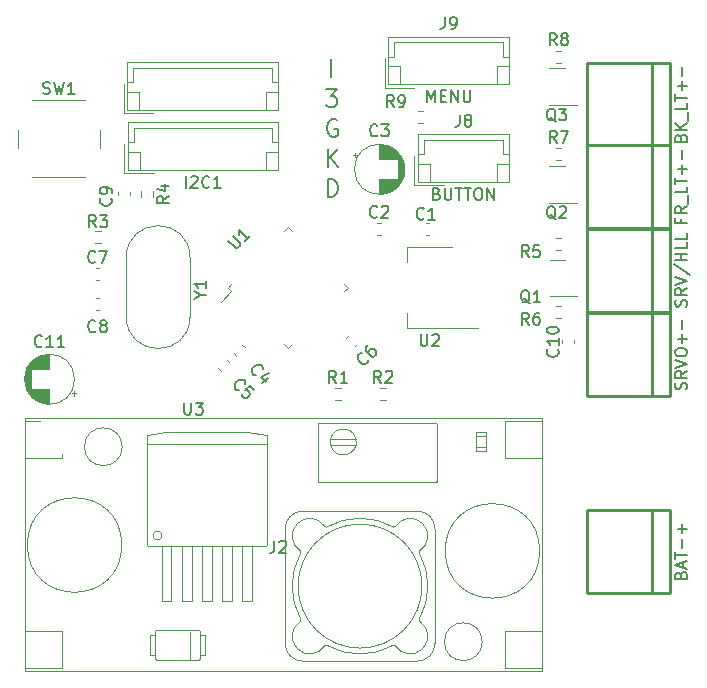
<source format=gbr>
%TF.GenerationSoftware,KiCad,Pcbnew,7.0.10*%
%TF.CreationDate,2025-01-30T22:16:48+01:00*%
%TF.ProjectId,bike_computer,62696b65-5f63-46f6-9d70-757465722e6b,rev?*%
%TF.SameCoordinates,Original*%
%TF.FileFunction,Legend,Top*%
%TF.FilePolarity,Positive*%
%FSLAX46Y46*%
G04 Gerber Fmt 4.6, Leading zero omitted, Abs format (unit mm)*
G04 Created by KiCad (PCBNEW 7.0.10) date 2025-01-30 22:16:48*
%MOMM*%
%LPD*%
G01*
G04 APERTURE LIST*
%ADD10C,0.153000*%
%ADD11C,0.150000*%
%ADD12C,0.254000*%
%ADD13C,0.120000*%
G04 APERTURE END LIST*
D10*
X139395799Y-80580472D02*
X139395799Y-79080472D01*
X140252942Y-80580472D02*
X139610085Y-79723329D01*
X140252942Y-79080472D02*
X139395799Y-79937615D01*
X139395799Y-83120472D02*
X139395799Y-81620472D01*
X139395799Y-81620472D02*
X139752942Y-81620472D01*
X139752942Y-81620472D02*
X139967228Y-81691901D01*
X139967228Y-81691901D02*
X140110085Y-81834758D01*
X140110085Y-81834758D02*
X140181514Y-81977615D01*
X140181514Y-81977615D02*
X140252942Y-82263329D01*
X140252942Y-82263329D02*
X140252942Y-82477615D01*
X140252942Y-82477615D02*
X140181514Y-82763329D01*
X140181514Y-82763329D02*
X140110085Y-82906186D01*
X140110085Y-82906186D02*
X139967228Y-83049044D01*
X139967228Y-83049044D02*
X139752942Y-83120472D01*
X139752942Y-83120472D02*
X139395799Y-83120472D01*
X139252942Y-74000472D02*
X140181514Y-74000472D01*
X140181514Y-74000472D02*
X139681514Y-74571901D01*
X139681514Y-74571901D02*
X139895799Y-74571901D01*
X139895799Y-74571901D02*
X140038657Y-74643329D01*
X140038657Y-74643329D02*
X140110085Y-74714758D01*
X140110085Y-74714758D02*
X140181514Y-74857615D01*
X140181514Y-74857615D02*
X140181514Y-75214758D01*
X140181514Y-75214758D02*
X140110085Y-75357615D01*
X140110085Y-75357615D02*
X140038657Y-75429044D01*
X140038657Y-75429044D02*
X139895799Y-75500472D01*
X139895799Y-75500472D02*
X139467228Y-75500472D01*
X139467228Y-75500472D02*
X139324371Y-75429044D01*
X139324371Y-75429044D02*
X139252942Y-75357615D01*
X140181514Y-76611901D02*
X140038657Y-76540472D01*
X140038657Y-76540472D02*
X139824371Y-76540472D01*
X139824371Y-76540472D02*
X139610085Y-76611901D01*
X139610085Y-76611901D02*
X139467228Y-76754758D01*
X139467228Y-76754758D02*
X139395799Y-76897615D01*
X139395799Y-76897615D02*
X139324371Y-77183329D01*
X139324371Y-77183329D02*
X139324371Y-77397615D01*
X139324371Y-77397615D02*
X139395799Y-77683329D01*
X139395799Y-77683329D02*
X139467228Y-77826186D01*
X139467228Y-77826186D02*
X139610085Y-77969044D01*
X139610085Y-77969044D02*
X139824371Y-78040472D01*
X139824371Y-78040472D02*
X139967228Y-78040472D01*
X139967228Y-78040472D02*
X140181514Y-77969044D01*
X140181514Y-77969044D02*
X140252942Y-77897615D01*
X140252942Y-77897615D02*
X140252942Y-77397615D01*
X140252942Y-77397615D02*
X139967228Y-77397615D01*
X139649799Y-72960472D02*
X139649799Y-71460472D01*
D11*
X169277009Y-85011904D02*
X169277009Y-85345237D01*
X169800819Y-85345237D02*
X168800819Y-85345237D01*
X168800819Y-85345237D02*
X168800819Y-84869047D01*
X169800819Y-83916666D02*
X169324628Y-84249999D01*
X169800819Y-84488094D02*
X168800819Y-84488094D01*
X168800819Y-84488094D02*
X168800819Y-84107142D01*
X168800819Y-84107142D02*
X168848438Y-84011904D01*
X168848438Y-84011904D02*
X168896057Y-83964285D01*
X168896057Y-83964285D02*
X168991295Y-83916666D01*
X168991295Y-83916666D02*
X169134152Y-83916666D01*
X169134152Y-83916666D02*
X169229390Y-83964285D01*
X169229390Y-83964285D02*
X169277009Y-84011904D01*
X169277009Y-84011904D02*
X169324628Y-84107142D01*
X169324628Y-84107142D02*
X169324628Y-84488094D01*
X169896057Y-83726190D02*
X169896057Y-82964285D01*
X169800819Y-82249999D02*
X169800819Y-82726189D01*
X169800819Y-82726189D02*
X168800819Y-82726189D01*
X168800819Y-82059522D02*
X168800819Y-81488094D01*
X169800819Y-81773808D02*
X168800819Y-81773808D01*
X169419866Y-81154760D02*
X169419866Y-80392856D01*
X169800819Y-80773808D02*
X169038914Y-80773808D01*
X169419866Y-79916665D02*
X169419866Y-79154761D01*
X169753200Y-99418189D02*
X169800819Y-99275332D01*
X169800819Y-99275332D02*
X169800819Y-99037237D01*
X169800819Y-99037237D02*
X169753200Y-98941999D01*
X169753200Y-98941999D02*
X169705580Y-98894380D01*
X169705580Y-98894380D02*
X169610342Y-98846761D01*
X169610342Y-98846761D02*
X169515104Y-98846761D01*
X169515104Y-98846761D02*
X169419866Y-98894380D01*
X169419866Y-98894380D02*
X169372247Y-98941999D01*
X169372247Y-98941999D02*
X169324628Y-99037237D01*
X169324628Y-99037237D02*
X169277009Y-99227713D01*
X169277009Y-99227713D02*
X169229390Y-99322951D01*
X169229390Y-99322951D02*
X169181771Y-99370570D01*
X169181771Y-99370570D02*
X169086533Y-99418189D01*
X169086533Y-99418189D02*
X168991295Y-99418189D01*
X168991295Y-99418189D02*
X168896057Y-99370570D01*
X168896057Y-99370570D02*
X168848438Y-99322951D01*
X168848438Y-99322951D02*
X168800819Y-99227713D01*
X168800819Y-99227713D02*
X168800819Y-98989618D01*
X168800819Y-98989618D02*
X168848438Y-98846761D01*
X169800819Y-97846761D02*
X169324628Y-98180094D01*
X169800819Y-98418189D02*
X168800819Y-98418189D01*
X168800819Y-98418189D02*
X168800819Y-98037237D01*
X168800819Y-98037237D02*
X168848438Y-97941999D01*
X168848438Y-97941999D02*
X168896057Y-97894380D01*
X168896057Y-97894380D02*
X168991295Y-97846761D01*
X168991295Y-97846761D02*
X169134152Y-97846761D01*
X169134152Y-97846761D02*
X169229390Y-97894380D01*
X169229390Y-97894380D02*
X169277009Y-97941999D01*
X169277009Y-97941999D02*
X169324628Y-98037237D01*
X169324628Y-98037237D02*
X169324628Y-98418189D01*
X168800819Y-97561046D02*
X169800819Y-97227713D01*
X169800819Y-97227713D02*
X168800819Y-96894380D01*
X168800819Y-96370570D02*
X168800819Y-96180094D01*
X168800819Y-96180094D02*
X168848438Y-96084856D01*
X168848438Y-96084856D02*
X168943676Y-95989618D01*
X168943676Y-95989618D02*
X169134152Y-95941999D01*
X169134152Y-95941999D02*
X169467485Y-95941999D01*
X169467485Y-95941999D02*
X169657961Y-95989618D01*
X169657961Y-95989618D02*
X169753200Y-96084856D01*
X169753200Y-96084856D02*
X169800819Y-96180094D01*
X169800819Y-96180094D02*
X169800819Y-96370570D01*
X169800819Y-96370570D02*
X169753200Y-96465808D01*
X169753200Y-96465808D02*
X169657961Y-96561046D01*
X169657961Y-96561046D02*
X169467485Y-96608665D01*
X169467485Y-96608665D02*
X169134152Y-96608665D01*
X169134152Y-96608665D02*
X168943676Y-96561046D01*
X168943676Y-96561046D02*
X168848438Y-96465808D01*
X168848438Y-96465808D02*
X168800819Y-96370570D01*
X169419866Y-95513427D02*
X169419866Y-94751523D01*
X169800819Y-95132475D02*
X169038914Y-95132475D01*
X169419866Y-94275332D02*
X169419866Y-93513428D01*
X169277009Y-78095333D02*
X169324628Y-77952476D01*
X169324628Y-77952476D02*
X169372247Y-77904857D01*
X169372247Y-77904857D02*
X169467485Y-77857238D01*
X169467485Y-77857238D02*
X169610342Y-77857238D01*
X169610342Y-77857238D02*
X169705580Y-77904857D01*
X169705580Y-77904857D02*
X169753200Y-77952476D01*
X169753200Y-77952476D02*
X169800819Y-78047714D01*
X169800819Y-78047714D02*
X169800819Y-78428666D01*
X169800819Y-78428666D02*
X168800819Y-78428666D01*
X168800819Y-78428666D02*
X168800819Y-78095333D01*
X168800819Y-78095333D02*
X168848438Y-78000095D01*
X168848438Y-78000095D02*
X168896057Y-77952476D01*
X168896057Y-77952476D02*
X168991295Y-77904857D01*
X168991295Y-77904857D02*
X169086533Y-77904857D01*
X169086533Y-77904857D02*
X169181771Y-77952476D01*
X169181771Y-77952476D02*
X169229390Y-78000095D01*
X169229390Y-78000095D02*
X169277009Y-78095333D01*
X169277009Y-78095333D02*
X169277009Y-78428666D01*
X169800819Y-77428666D02*
X168800819Y-77428666D01*
X169800819Y-76857238D02*
X169229390Y-77285809D01*
X168800819Y-76857238D02*
X169372247Y-77428666D01*
X169896057Y-76666762D02*
X169896057Y-75904857D01*
X169800819Y-75190571D02*
X169800819Y-75666761D01*
X169800819Y-75666761D02*
X168800819Y-75666761D01*
X168800819Y-75000094D02*
X168800819Y-74428666D01*
X169800819Y-74714380D02*
X168800819Y-74714380D01*
X169419866Y-74095332D02*
X169419866Y-73333428D01*
X169800819Y-73714380D02*
X169038914Y-73714380D01*
X169419866Y-72857237D02*
X169419866Y-72095333D01*
X143609333Y-77881580D02*
X143561714Y-77929200D01*
X143561714Y-77929200D02*
X143418857Y-77976819D01*
X143418857Y-77976819D02*
X143323619Y-77976819D01*
X143323619Y-77976819D02*
X143180762Y-77929200D01*
X143180762Y-77929200D02*
X143085524Y-77833961D01*
X143085524Y-77833961D02*
X143037905Y-77738723D01*
X143037905Y-77738723D02*
X142990286Y-77548247D01*
X142990286Y-77548247D02*
X142990286Y-77405390D01*
X142990286Y-77405390D02*
X143037905Y-77214914D01*
X143037905Y-77214914D02*
X143085524Y-77119676D01*
X143085524Y-77119676D02*
X143180762Y-77024438D01*
X143180762Y-77024438D02*
X143323619Y-76976819D01*
X143323619Y-76976819D02*
X143418857Y-76976819D01*
X143418857Y-76976819D02*
X143561714Y-77024438D01*
X143561714Y-77024438D02*
X143609333Y-77072057D01*
X143942667Y-76976819D02*
X144561714Y-76976819D01*
X144561714Y-76976819D02*
X144228381Y-77357771D01*
X144228381Y-77357771D02*
X144371238Y-77357771D01*
X144371238Y-77357771D02*
X144466476Y-77405390D01*
X144466476Y-77405390D02*
X144514095Y-77453009D01*
X144514095Y-77453009D02*
X144561714Y-77548247D01*
X144561714Y-77548247D02*
X144561714Y-77786342D01*
X144561714Y-77786342D02*
X144514095Y-77881580D01*
X144514095Y-77881580D02*
X144466476Y-77929200D01*
X144466476Y-77929200D02*
X144371238Y-77976819D01*
X144371238Y-77976819D02*
X144085524Y-77976819D01*
X144085524Y-77976819D02*
X143990286Y-77929200D01*
X143990286Y-77929200D02*
X143942667Y-77881580D01*
X169753200Y-92401428D02*
X169800819Y-92258571D01*
X169800819Y-92258571D02*
X169800819Y-92020476D01*
X169800819Y-92020476D02*
X169753200Y-91925238D01*
X169753200Y-91925238D02*
X169705580Y-91877619D01*
X169705580Y-91877619D02*
X169610342Y-91830000D01*
X169610342Y-91830000D02*
X169515104Y-91830000D01*
X169515104Y-91830000D02*
X169419866Y-91877619D01*
X169419866Y-91877619D02*
X169372247Y-91925238D01*
X169372247Y-91925238D02*
X169324628Y-92020476D01*
X169324628Y-92020476D02*
X169277009Y-92210952D01*
X169277009Y-92210952D02*
X169229390Y-92306190D01*
X169229390Y-92306190D02*
X169181771Y-92353809D01*
X169181771Y-92353809D02*
X169086533Y-92401428D01*
X169086533Y-92401428D02*
X168991295Y-92401428D01*
X168991295Y-92401428D02*
X168896057Y-92353809D01*
X168896057Y-92353809D02*
X168848438Y-92306190D01*
X168848438Y-92306190D02*
X168800819Y-92210952D01*
X168800819Y-92210952D02*
X168800819Y-91972857D01*
X168800819Y-91972857D02*
X168848438Y-91830000D01*
X169800819Y-90830000D02*
X169324628Y-91163333D01*
X169800819Y-91401428D02*
X168800819Y-91401428D01*
X168800819Y-91401428D02*
X168800819Y-91020476D01*
X168800819Y-91020476D02*
X168848438Y-90925238D01*
X168848438Y-90925238D02*
X168896057Y-90877619D01*
X168896057Y-90877619D02*
X168991295Y-90830000D01*
X168991295Y-90830000D02*
X169134152Y-90830000D01*
X169134152Y-90830000D02*
X169229390Y-90877619D01*
X169229390Y-90877619D02*
X169277009Y-90925238D01*
X169277009Y-90925238D02*
X169324628Y-91020476D01*
X169324628Y-91020476D02*
X169324628Y-91401428D01*
X168800819Y-90544285D02*
X169800819Y-90210952D01*
X169800819Y-90210952D02*
X168800819Y-89877619D01*
X168753200Y-88830000D02*
X170038914Y-89687142D01*
X169800819Y-88496666D02*
X168800819Y-88496666D01*
X169277009Y-88496666D02*
X169277009Y-87925238D01*
X169800819Y-87925238D02*
X168800819Y-87925238D01*
X169800819Y-86972857D02*
X169800819Y-87449047D01*
X169800819Y-87449047D02*
X168800819Y-87449047D01*
X169800819Y-86163333D02*
X169800819Y-86639523D01*
X169800819Y-86639523D02*
X168800819Y-86639523D01*
X115304667Y-74353200D02*
X115447524Y-74400819D01*
X115447524Y-74400819D02*
X115685619Y-74400819D01*
X115685619Y-74400819D02*
X115780857Y-74353200D01*
X115780857Y-74353200D02*
X115828476Y-74305580D01*
X115828476Y-74305580D02*
X115876095Y-74210342D01*
X115876095Y-74210342D02*
X115876095Y-74115104D01*
X115876095Y-74115104D02*
X115828476Y-74019866D01*
X115828476Y-74019866D02*
X115780857Y-73972247D01*
X115780857Y-73972247D02*
X115685619Y-73924628D01*
X115685619Y-73924628D02*
X115495143Y-73877009D01*
X115495143Y-73877009D02*
X115399905Y-73829390D01*
X115399905Y-73829390D02*
X115352286Y-73781771D01*
X115352286Y-73781771D02*
X115304667Y-73686533D01*
X115304667Y-73686533D02*
X115304667Y-73591295D01*
X115304667Y-73591295D02*
X115352286Y-73496057D01*
X115352286Y-73496057D02*
X115399905Y-73448438D01*
X115399905Y-73448438D02*
X115495143Y-73400819D01*
X115495143Y-73400819D02*
X115733238Y-73400819D01*
X115733238Y-73400819D02*
X115876095Y-73448438D01*
X116209429Y-73400819D02*
X116447524Y-74400819D01*
X116447524Y-74400819D02*
X116638000Y-73686533D01*
X116638000Y-73686533D02*
X116828476Y-74400819D01*
X116828476Y-74400819D02*
X117066572Y-73400819D01*
X117971333Y-74400819D02*
X117399905Y-74400819D01*
X117685619Y-74400819D02*
X117685619Y-73400819D01*
X117685619Y-73400819D02*
X117590381Y-73543676D01*
X117590381Y-73543676D02*
X117495143Y-73638914D01*
X117495143Y-73638914D02*
X117399905Y-73686533D01*
X158855580Y-96019857D02*
X158903200Y-96067476D01*
X158903200Y-96067476D02*
X158950819Y-96210333D01*
X158950819Y-96210333D02*
X158950819Y-96305571D01*
X158950819Y-96305571D02*
X158903200Y-96448428D01*
X158903200Y-96448428D02*
X158807961Y-96543666D01*
X158807961Y-96543666D02*
X158712723Y-96591285D01*
X158712723Y-96591285D02*
X158522247Y-96638904D01*
X158522247Y-96638904D02*
X158379390Y-96638904D01*
X158379390Y-96638904D02*
X158188914Y-96591285D01*
X158188914Y-96591285D02*
X158093676Y-96543666D01*
X158093676Y-96543666D02*
X157998438Y-96448428D01*
X157998438Y-96448428D02*
X157950819Y-96305571D01*
X157950819Y-96305571D02*
X157950819Y-96210333D01*
X157950819Y-96210333D02*
X157998438Y-96067476D01*
X157998438Y-96067476D02*
X158046057Y-96019857D01*
X158950819Y-95067476D02*
X158950819Y-95638904D01*
X158950819Y-95353190D02*
X157950819Y-95353190D01*
X157950819Y-95353190D02*
X158093676Y-95448428D01*
X158093676Y-95448428D02*
X158188914Y-95543666D01*
X158188914Y-95543666D02*
X158236533Y-95638904D01*
X157950819Y-94448428D02*
X157950819Y-94353190D01*
X157950819Y-94353190D02*
X157998438Y-94257952D01*
X157998438Y-94257952D02*
X158046057Y-94210333D01*
X158046057Y-94210333D02*
X158141295Y-94162714D01*
X158141295Y-94162714D02*
X158331771Y-94115095D01*
X158331771Y-94115095D02*
X158569866Y-94115095D01*
X158569866Y-94115095D02*
X158760342Y-94162714D01*
X158760342Y-94162714D02*
X158855580Y-94210333D01*
X158855580Y-94210333D02*
X158903200Y-94257952D01*
X158903200Y-94257952D02*
X158950819Y-94353190D01*
X158950819Y-94353190D02*
X158950819Y-94448428D01*
X158950819Y-94448428D02*
X158903200Y-94543666D01*
X158903200Y-94543666D02*
X158855580Y-94591285D01*
X158855580Y-94591285D02*
X158760342Y-94638904D01*
X158760342Y-94638904D02*
X158569866Y-94686523D01*
X158569866Y-94686523D02*
X158331771Y-94686523D01*
X158331771Y-94686523D02*
X158141295Y-94638904D01*
X158141295Y-94638904D02*
X158046057Y-94591285D01*
X158046057Y-94591285D02*
X157998438Y-94543666D01*
X157998438Y-94543666D02*
X157950819Y-94448428D01*
X143584333Y-84781580D02*
X143536714Y-84829200D01*
X143536714Y-84829200D02*
X143393857Y-84876819D01*
X143393857Y-84876819D02*
X143298619Y-84876819D01*
X143298619Y-84876819D02*
X143155762Y-84829200D01*
X143155762Y-84829200D02*
X143060524Y-84733961D01*
X143060524Y-84733961D02*
X143012905Y-84638723D01*
X143012905Y-84638723D02*
X142965286Y-84448247D01*
X142965286Y-84448247D02*
X142965286Y-84305390D01*
X142965286Y-84305390D02*
X143012905Y-84114914D01*
X143012905Y-84114914D02*
X143060524Y-84019676D01*
X143060524Y-84019676D02*
X143155762Y-83924438D01*
X143155762Y-83924438D02*
X143298619Y-83876819D01*
X143298619Y-83876819D02*
X143393857Y-83876819D01*
X143393857Y-83876819D02*
X143536714Y-83924438D01*
X143536714Y-83924438D02*
X143584333Y-83972057D01*
X143965286Y-83972057D02*
X144012905Y-83924438D01*
X144012905Y-83924438D02*
X144108143Y-83876819D01*
X144108143Y-83876819D02*
X144346238Y-83876819D01*
X144346238Y-83876819D02*
X144441476Y-83924438D01*
X144441476Y-83924438D02*
X144489095Y-83972057D01*
X144489095Y-83972057D02*
X144536714Y-84067295D01*
X144536714Y-84067295D02*
X144536714Y-84162533D01*
X144536714Y-84162533D02*
X144489095Y-84305390D01*
X144489095Y-84305390D02*
X143917667Y-84876819D01*
X143917667Y-84876819D02*
X144536714Y-84876819D01*
X119734333Y-94466580D02*
X119686714Y-94514200D01*
X119686714Y-94514200D02*
X119543857Y-94561819D01*
X119543857Y-94561819D02*
X119448619Y-94561819D01*
X119448619Y-94561819D02*
X119305762Y-94514200D01*
X119305762Y-94514200D02*
X119210524Y-94418961D01*
X119210524Y-94418961D02*
X119162905Y-94323723D01*
X119162905Y-94323723D02*
X119115286Y-94133247D01*
X119115286Y-94133247D02*
X119115286Y-93990390D01*
X119115286Y-93990390D02*
X119162905Y-93799914D01*
X119162905Y-93799914D02*
X119210524Y-93704676D01*
X119210524Y-93704676D02*
X119305762Y-93609438D01*
X119305762Y-93609438D02*
X119448619Y-93561819D01*
X119448619Y-93561819D02*
X119543857Y-93561819D01*
X119543857Y-93561819D02*
X119686714Y-93609438D01*
X119686714Y-93609438D02*
X119734333Y-93657057D01*
X120305762Y-93990390D02*
X120210524Y-93942771D01*
X120210524Y-93942771D02*
X120162905Y-93895152D01*
X120162905Y-93895152D02*
X120115286Y-93799914D01*
X120115286Y-93799914D02*
X120115286Y-93752295D01*
X120115286Y-93752295D02*
X120162905Y-93657057D01*
X120162905Y-93657057D02*
X120210524Y-93609438D01*
X120210524Y-93609438D02*
X120305762Y-93561819D01*
X120305762Y-93561819D02*
X120496238Y-93561819D01*
X120496238Y-93561819D02*
X120591476Y-93609438D01*
X120591476Y-93609438D02*
X120639095Y-93657057D01*
X120639095Y-93657057D02*
X120686714Y-93752295D01*
X120686714Y-93752295D02*
X120686714Y-93799914D01*
X120686714Y-93799914D02*
X120639095Y-93895152D01*
X120639095Y-93895152D02*
X120591476Y-93942771D01*
X120591476Y-93942771D02*
X120496238Y-93990390D01*
X120496238Y-93990390D02*
X120305762Y-93990390D01*
X120305762Y-93990390D02*
X120210524Y-94038009D01*
X120210524Y-94038009D02*
X120162905Y-94085628D01*
X120162905Y-94085628D02*
X120115286Y-94180866D01*
X120115286Y-94180866D02*
X120115286Y-94371342D01*
X120115286Y-94371342D02*
X120162905Y-94466580D01*
X120162905Y-94466580D02*
X120210524Y-94514200D01*
X120210524Y-94514200D02*
X120305762Y-94561819D01*
X120305762Y-94561819D02*
X120496238Y-94561819D01*
X120496238Y-94561819D02*
X120591476Y-94514200D01*
X120591476Y-94514200D02*
X120639095Y-94466580D01*
X120639095Y-94466580D02*
X120686714Y-94371342D01*
X120686714Y-94371342D02*
X120686714Y-94180866D01*
X120686714Y-94180866D02*
X120639095Y-94085628D01*
X120639095Y-94085628D02*
X120591476Y-94038009D01*
X120591476Y-94038009D02*
X120496238Y-93990390D01*
X143914333Y-98846819D02*
X143581000Y-98370628D01*
X143342905Y-98846819D02*
X143342905Y-97846819D01*
X143342905Y-97846819D02*
X143723857Y-97846819D01*
X143723857Y-97846819D02*
X143819095Y-97894438D01*
X143819095Y-97894438D02*
X143866714Y-97942057D01*
X143866714Y-97942057D02*
X143914333Y-98037295D01*
X143914333Y-98037295D02*
X143914333Y-98180152D01*
X143914333Y-98180152D02*
X143866714Y-98275390D01*
X143866714Y-98275390D02*
X143819095Y-98323009D01*
X143819095Y-98323009D02*
X143723857Y-98370628D01*
X143723857Y-98370628D02*
X143342905Y-98370628D01*
X144295286Y-97942057D02*
X144342905Y-97894438D01*
X144342905Y-97894438D02*
X144438143Y-97846819D01*
X144438143Y-97846819D02*
X144676238Y-97846819D01*
X144676238Y-97846819D02*
X144771476Y-97894438D01*
X144771476Y-97894438D02*
X144819095Y-97942057D01*
X144819095Y-97942057D02*
X144866714Y-98037295D01*
X144866714Y-98037295D02*
X144866714Y-98132533D01*
X144866714Y-98132533D02*
X144819095Y-98275390D01*
X144819095Y-98275390D02*
X144247667Y-98846819D01*
X144247667Y-98846819D02*
X144866714Y-98846819D01*
X169277009Y-115133190D02*
X169324628Y-114990333D01*
X169324628Y-114990333D02*
X169372247Y-114942714D01*
X169372247Y-114942714D02*
X169467485Y-114895095D01*
X169467485Y-114895095D02*
X169610342Y-114895095D01*
X169610342Y-114895095D02*
X169705580Y-114942714D01*
X169705580Y-114942714D02*
X169753200Y-114990333D01*
X169753200Y-114990333D02*
X169800819Y-115085571D01*
X169800819Y-115085571D02*
X169800819Y-115466523D01*
X169800819Y-115466523D02*
X168800819Y-115466523D01*
X168800819Y-115466523D02*
X168800819Y-115133190D01*
X168800819Y-115133190D02*
X168848438Y-115037952D01*
X168848438Y-115037952D02*
X168896057Y-114990333D01*
X168896057Y-114990333D02*
X168991295Y-114942714D01*
X168991295Y-114942714D02*
X169086533Y-114942714D01*
X169086533Y-114942714D02*
X169181771Y-114990333D01*
X169181771Y-114990333D02*
X169229390Y-115037952D01*
X169229390Y-115037952D02*
X169277009Y-115133190D01*
X169277009Y-115133190D02*
X169277009Y-115466523D01*
X169515104Y-114514142D02*
X169515104Y-114037952D01*
X169800819Y-114609380D02*
X168800819Y-114276047D01*
X168800819Y-114276047D02*
X169800819Y-113942714D01*
X168800819Y-113752237D02*
X168800819Y-113180809D01*
X169800819Y-113466523D02*
X168800819Y-113466523D01*
X169419866Y-112847475D02*
X169419866Y-112085571D01*
X169419866Y-111609380D02*
X169419866Y-110847476D01*
X169800819Y-111228428D02*
X169038914Y-111228428D01*
X156424333Y-88211819D02*
X156091000Y-87735628D01*
X155852905Y-88211819D02*
X155852905Y-87211819D01*
X155852905Y-87211819D02*
X156233857Y-87211819D01*
X156233857Y-87211819D02*
X156329095Y-87259438D01*
X156329095Y-87259438D02*
X156376714Y-87307057D01*
X156376714Y-87307057D02*
X156424333Y-87402295D01*
X156424333Y-87402295D02*
X156424333Y-87545152D01*
X156424333Y-87545152D02*
X156376714Y-87640390D01*
X156376714Y-87640390D02*
X156329095Y-87688009D01*
X156329095Y-87688009D02*
X156233857Y-87735628D01*
X156233857Y-87735628D02*
X155852905Y-87735628D01*
X157329095Y-87211819D02*
X156852905Y-87211819D01*
X156852905Y-87211819D02*
X156805286Y-87688009D01*
X156805286Y-87688009D02*
X156852905Y-87640390D01*
X156852905Y-87640390D02*
X156948143Y-87592771D01*
X156948143Y-87592771D02*
X157186238Y-87592771D01*
X157186238Y-87592771D02*
X157281476Y-87640390D01*
X157281476Y-87640390D02*
X157329095Y-87688009D01*
X157329095Y-87688009D02*
X157376714Y-87783247D01*
X157376714Y-87783247D02*
X157376714Y-88021342D01*
X157376714Y-88021342D02*
X157329095Y-88116580D01*
X157329095Y-88116580D02*
X157281476Y-88164200D01*
X157281476Y-88164200D02*
X157186238Y-88211819D01*
X157186238Y-88211819D02*
X156948143Y-88211819D01*
X156948143Y-88211819D02*
X156852905Y-88164200D01*
X156852905Y-88164200D02*
X156805286Y-88116580D01*
X147269295Y-94734419D02*
X147269295Y-95543942D01*
X147269295Y-95543942D02*
X147316914Y-95639180D01*
X147316914Y-95639180D02*
X147364533Y-95686800D01*
X147364533Y-95686800D02*
X147459771Y-95734419D01*
X147459771Y-95734419D02*
X147650247Y-95734419D01*
X147650247Y-95734419D02*
X147745485Y-95686800D01*
X147745485Y-95686800D02*
X147793104Y-95639180D01*
X147793104Y-95639180D02*
X147840723Y-95543942D01*
X147840723Y-95543942D02*
X147840723Y-94734419D01*
X148269295Y-94829657D02*
X148316914Y-94782038D01*
X148316914Y-94782038D02*
X148412152Y-94734419D01*
X148412152Y-94734419D02*
X148650247Y-94734419D01*
X148650247Y-94734419D02*
X148745485Y-94782038D01*
X148745485Y-94782038D02*
X148793104Y-94829657D01*
X148793104Y-94829657D02*
X148840723Y-94924895D01*
X148840723Y-94924895D02*
X148840723Y-95020133D01*
X148840723Y-95020133D02*
X148793104Y-95162990D01*
X148793104Y-95162990D02*
X148221676Y-95734419D01*
X148221676Y-95734419D02*
X148840723Y-95734419D01*
X130966406Y-86817576D02*
X131538826Y-87389996D01*
X131538826Y-87389996D02*
X131639841Y-87423668D01*
X131639841Y-87423668D02*
X131707185Y-87423668D01*
X131707185Y-87423668D02*
X131808200Y-87389996D01*
X131808200Y-87389996D02*
X131942887Y-87255309D01*
X131942887Y-87255309D02*
X131976559Y-87154294D01*
X131976559Y-87154294D02*
X131976559Y-87086950D01*
X131976559Y-87086950D02*
X131942887Y-86985935D01*
X131942887Y-86985935D02*
X131370467Y-86413515D01*
X132784681Y-86413515D02*
X132380620Y-86817576D01*
X132582650Y-86615546D02*
X131875544Y-85908439D01*
X131875544Y-85908439D02*
X131909215Y-86076798D01*
X131909215Y-86076798D02*
X131909215Y-86211485D01*
X131909215Y-86211485D02*
X131875544Y-86312500D01*
X125963819Y-83033666D02*
X125487628Y-83366999D01*
X125963819Y-83605094D02*
X124963819Y-83605094D01*
X124963819Y-83605094D02*
X124963819Y-83224142D01*
X124963819Y-83224142D02*
X125011438Y-83128904D01*
X125011438Y-83128904D02*
X125059057Y-83081285D01*
X125059057Y-83081285D02*
X125154295Y-83033666D01*
X125154295Y-83033666D02*
X125297152Y-83033666D01*
X125297152Y-83033666D02*
X125392390Y-83081285D01*
X125392390Y-83081285D02*
X125440009Y-83128904D01*
X125440009Y-83128904D02*
X125487628Y-83224142D01*
X125487628Y-83224142D02*
X125487628Y-83605094D01*
X125297152Y-82176523D02*
X125963819Y-82176523D01*
X124916200Y-82414618D02*
X125630485Y-82652713D01*
X125630485Y-82652713D02*
X125630485Y-82033666D01*
X131854863Y-99497395D02*
X131787519Y-99497395D01*
X131787519Y-99497395D02*
X131652832Y-99430051D01*
X131652832Y-99430051D02*
X131585489Y-99362708D01*
X131585489Y-99362708D02*
X131518145Y-99228021D01*
X131518145Y-99228021D02*
X131518145Y-99093334D01*
X131518145Y-99093334D02*
X131551817Y-98992319D01*
X131551817Y-98992319D02*
X131652832Y-98823960D01*
X131652832Y-98823960D02*
X131753847Y-98722945D01*
X131753847Y-98722945D02*
X131922206Y-98621929D01*
X131922206Y-98621929D02*
X132023221Y-98588258D01*
X132023221Y-98588258D02*
X132157908Y-98588258D01*
X132157908Y-98588258D02*
X132292595Y-98655601D01*
X132292595Y-98655601D02*
X132359939Y-98722945D01*
X132359939Y-98722945D02*
X132427282Y-98857632D01*
X132427282Y-98857632D02*
X132427282Y-98924975D01*
X133134389Y-99497395D02*
X132797672Y-99160677D01*
X132797672Y-99160677D02*
X132427282Y-99463723D01*
X132427282Y-99463723D02*
X132494626Y-99463723D01*
X132494626Y-99463723D02*
X132595641Y-99497395D01*
X132595641Y-99497395D02*
X132764000Y-99665754D01*
X132764000Y-99665754D02*
X132797672Y-99766769D01*
X132797672Y-99766769D02*
X132797672Y-99834112D01*
X132797672Y-99834112D02*
X132764000Y-99935128D01*
X132764000Y-99935128D02*
X132595641Y-100103486D01*
X132595641Y-100103486D02*
X132494626Y-100137158D01*
X132494626Y-100137158D02*
X132427282Y-100137158D01*
X132427282Y-100137158D02*
X132326267Y-100103486D01*
X132326267Y-100103486D02*
X132157908Y-99935128D01*
X132157908Y-99935128D02*
X132124237Y-99834112D01*
X132124237Y-99834112D02*
X132124237Y-99766769D01*
X156424333Y-93926819D02*
X156091000Y-93450628D01*
X155852905Y-93926819D02*
X155852905Y-92926819D01*
X155852905Y-92926819D02*
X156233857Y-92926819D01*
X156233857Y-92926819D02*
X156329095Y-92974438D01*
X156329095Y-92974438D02*
X156376714Y-93022057D01*
X156376714Y-93022057D02*
X156424333Y-93117295D01*
X156424333Y-93117295D02*
X156424333Y-93260152D01*
X156424333Y-93260152D02*
X156376714Y-93355390D01*
X156376714Y-93355390D02*
X156329095Y-93403009D01*
X156329095Y-93403009D02*
X156233857Y-93450628D01*
X156233857Y-93450628D02*
X155852905Y-93450628D01*
X157281476Y-92926819D02*
X157091000Y-92926819D01*
X157091000Y-92926819D02*
X156995762Y-92974438D01*
X156995762Y-92974438D02*
X156948143Y-93022057D01*
X156948143Y-93022057D02*
X156852905Y-93164914D01*
X156852905Y-93164914D02*
X156805286Y-93355390D01*
X156805286Y-93355390D02*
X156805286Y-93736342D01*
X156805286Y-93736342D02*
X156852905Y-93831580D01*
X156852905Y-93831580D02*
X156900524Y-93879200D01*
X156900524Y-93879200D02*
X156995762Y-93926819D01*
X156995762Y-93926819D02*
X157186238Y-93926819D01*
X157186238Y-93926819D02*
X157281476Y-93879200D01*
X157281476Y-93879200D02*
X157329095Y-93831580D01*
X157329095Y-93831580D02*
X157376714Y-93736342D01*
X157376714Y-93736342D02*
X157376714Y-93498247D01*
X157376714Y-93498247D02*
X157329095Y-93403009D01*
X157329095Y-93403009D02*
X157281476Y-93355390D01*
X157281476Y-93355390D02*
X157186238Y-93307771D01*
X157186238Y-93307771D02*
X156995762Y-93307771D01*
X156995762Y-93307771D02*
X156900524Y-93355390D01*
X156900524Y-93355390D02*
X156852905Y-93403009D01*
X156852905Y-93403009D02*
X156805286Y-93498247D01*
X127254095Y-100546819D02*
X127254095Y-101356342D01*
X127254095Y-101356342D02*
X127301714Y-101451580D01*
X127301714Y-101451580D02*
X127349333Y-101499200D01*
X127349333Y-101499200D02*
X127444571Y-101546819D01*
X127444571Y-101546819D02*
X127635047Y-101546819D01*
X127635047Y-101546819D02*
X127730285Y-101499200D01*
X127730285Y-101499200D02*
X127777904Y-101451580D01*
X127777904Y-101451580D02*
X127825523Y-101356342D01*
X127825523Y-101356342D02*
X127825523Y-100546819D01*
X128206476Y-100546819D02*
X128825523Y-100546819D01*
X128825523Y-100546819D02*
X128492190Y-100927771D01*
X128492190Y-100927771D02*
X128635047Y-100927771D01*
X128635047Y-100927771D02*
X128730285Y-100975390D01*
X128730285Y-100975390D02*
X128777904Y-101023009D01*
X128777904Y-101023009D02*
X128825523Y-101118247D01*
X128825523Y-101118247D02*
X128825523Y-101356342D01*
X128825523Y-101356342D02*
X128777904Y-101451580D01*
X128777904Y-101451580D02*
X128730285Y-101499200D01*
X128730285Y-101499200D02*
X128635047Y-101546819D01*
X128635047Y-101546819D02*
X128349333Y-101546819D01*
X128349333Y-101546819D02*
X128254095Y-101499200D01*
X128254095Y-101499200D02*
X128206476Y-101451580D01*
X142844403Y-96932120D02*
X142844403Y-96999464D01*
X142844403Y-96999464D02*
X142777059Y-97134151D01*
X142777059Y-97134151D02*
X142709716Y-97201494D01*
X142709716Y-97201494D02*
X142575029Y-97268838D01*
X142575029Y-97268838D02*
X142440342Y-97268838D01*
X142440342Y-97268838D02*
X142339327Y-97235166D01*
X142339327Y-97235166D02*
X142170968Y-97134151D01*
X142170968Y-97134151D02*
X142069953Y-97033136D01*
X142069953Y-97033136D02*
X141968937Y-96864777D01*
X141968937Y-96864777D02*
X141935266Y-96763762D01*
X141935266Y-96763762D02*
X141935266Y-96629075D01*
X141935266Y-96629075D02*
X142002609Y-96494388D01*
X142002609Y-96494388D02*
X142069953Y-96427044D01*
X142069953Y-96427044D02*
X142204640Y-96359701D01*
X142204640Y-96359701D02*
X142271983Y-96359701D01*
X142810731Y-95686266D02*
X142676044Y-95820953D01*
X142676044Y-95820953D02*
X142642372Y-95921968D01*
X142642372Y-95921968D02*
X142642372Y-95989311D01*
X142642372Y-95989311D02*
X142676044Y-96157670D01*
X142676044Y-96157670D02*
X142777059Y-96326029D01*
X142777059Y-96326029D02*
X143046433Y-96595403D01*
X143046433Y-96595403D02*
X143147449Y-96629075D01*
X143147449Y-96629075D02*
X143214792Y-96629075D01*
X143214792Y-96629075D02*
X143315807Y-96595403D01*
X143315807Y-96595403D02*
X143450494Y-96460716D01*
X143450494Y-96460716D02*
X143484166Y-96359701D01*
X143484166Y-96359701D02*
X143484166Y-96292357D01*
X143484166Y-96292357D02*
X143450494Y-96191342D01*
X143450494Y-96191342D02*
X143282136Y-96022983D01*
X143282136Y-96022983D02*
X143181120Y-95989311D01*
X143181120Y-95989311D02*
X143113777Y-95989311D01*
X143113777Y-95989311D02*
X143012762Y-96022983D01*
X143012762Y-96022983D02*
X142878075Y-96157670D01*
X142878075Y-96157670D02*
X142844403Y-96258685D01*
X142844403Y-96258685D02*
X142844403Y-96326029D01*
X142844403Y-96326029D02*
X142878075Y-96427044D01*
X140104333Y-98846819D02*
X139771000Y-98370628D01*
X139532905Y-98846819D02*
X139532905Y-97846819D01*
X139532905Y-97846819D02*
X139913857Y-97846819D01*
X139913857Y-97846819D02*
X140009095Y-97894438D01*
X140009095Y-97894438D02*
X140056714Y-97942057D01*
X140056714Y-97942057D02*
X140104333Y-98037295D01*
X140104333Y-98037295D02*
X140104333Y-98180152D01*
X140104333Y-98180152D02*
X140056714Y-98275390D01*
X140056714Y-98275390D02*
X140009095Y-98323009D01*
X140009095Y-98323009D02*
X139913857Y-98370628D01*
X139913857Y-98370628D02*
X139532905Y-98370628D01*
X141056714Y-98846819D02*
X140485286Y-98846819D01*
X140771000Y-98846819D02*
X140771000Y-97846819D01*
X140771000Y-97846819D02*
X140675762Y-97989676D01*
X140675762Y-97989676D02*
X140580524Y-98084914D01*
X140580524Y-98084914D02*
X140485286Y-98132533D01*
X149312666Y-67901819D02*
X149312666Y-68616104D01*
X149312666Y-68616104D02*
X149265047Y-68758961D01*
X149265047Y-68758961D02*
X149169809Y-68854200D01*
X149169809Y-68854200D02*
X149026952Y-68901819D01*
X149026952Y-68901819D02*
X148931714Y-68901819D01*
X149836476Y-68901819D02*
X150026952Y-68901819D01*
X150026952Y-68901819D02*
X150122190Y-68854200D01*
X150122190Y-68854200D02*
X150169809Y-68806580D01*
X150169809Y-68806580D02*
X150265047Y-68663723D01*
X150265047Y-68663723D02*
X150312666Y-68473247D01*
X150312666Y-68473247D02*
X150312666Y-68092295D01*
X150312666Y-68092295D02*
X150265047Y-67997057D01*
X150265047Y-67997057D02*
X150217428Y-67949438D01*
X150217428Y-67949438D02*
X150122190Y-67901819D01*
X150122190Y-67901819D02*
X149931714Y-67901819D01*
X149931714Y-67901819D02*
X149836476Y-67949438D01*
X149836476Y-67949438D02*
X149788857Y-67997057D01*
X149788857Y-67997057D02*
X149741238Y-68092295D01*
X149741238Y-68092295D02*
X149741238Y-68330390D01*
X149741238Y-68330390D02*
X149788857Y-68425628D01*
X149788857Y-68425628D02*
X149836476Y-68473247D01*
X149836476Y-68473247D02*
X149931714Y-68520866D01*
X149931714Y-68520866D02*
X150122190Y-68520866D01*
X150122190Y-68520866D02*
X150217428Y-68473247D01*
X150217428Y-68473247D02*
X150265047Y-68425628D01*
X150265047Y-68425628D02*
X150312666Y-68330390D01*
X147812667Y-75101819D02*
X147812667Y-74101819D01*
X147812667Y-74101819D02*
X148146000Y-74816104D01*
X148146000Y-74816104D02*
X148479333Y-74101819D01*
X148479333Y-74101819D02*
X148479333Y-75101819D01*
X148955524Y-74578009D02*
X149288857Y-74578009D01*
X149431714Y-75101819D02*
X148955524Y-75101819D01*
X148955524Y-75101819D02*
X148955524Y-74101819D01*
X148955524Y-74101819D02*
X149431714Y-74101819D01*
X149860286Y-75101819D02*
X149860286Y-74101819D01*
X149860286Y-74101819D02*
X150431714Y-75101819D01*
X150431714Y-75101819D02*
X150431714Y-74101819D01*
X150907905Y-74101819D02*
X150907905Y-74911342D01*
X150907905Y-74911342D02*
X150955524Y-75006580D01*
X150955524Y-75006580D02*
X151003143Y-75054200D01*
X151003143Y-75054200D02*
X151098381Y-75101819D01*
X151098381Y-75101819D02*
X151288857Y-75101819D01*
X151288857Y-75101819D02*
X151384095Y-75054200D01*
X151384095Y-75054200D02*
X151431714Y-75006580D01*
X151431714Y-75006580D02*
X151479333Y-74911342D01*
X151479333Y-74911342D02*
X151479333Y-74101819D01*
X119734333Y-88591580D02*
X119686714Y-88639200D01*
X119686714Y-88639200D02*
X119543857Y-88686819D01*
X119543857Y-88686819D02*
X119448619Y-88686819D01*
X119448619Y-88686819D02*
X119305762Y-88639200D01*
X119305762Y-88639200D02*
X119210524Y-88543961D01*
X119210524Y-88543961D02*
X119162905Y-88448723D01*
X119162905Y-88448723D02*
X119115286Y-88258247D01*
X119115286Y-88258247D02*
X119115286Y-88115390D01*
X119115286Y-88115390D02*
X119162905Y-87924914D01*
X119162905Y-87924914D02*
X119210524Y-87829676D01*
X119210524Y-87829676D02*
X119305762Y-87734438D01*
X119305762Y-87734438D02*
X119448619Y-87686819D01*
X119448619Y-87686819D02*
X119543857Y-87686819D01*
X119543857Y-87686819D02*
X119686714Y-87734438D01*
X119686714Y-87734438D02*
X119734333Y-87782057D01*
X120067667Y-87686819D02*
X120734333Y-87686819D01*
X120734333Y-87686819D02*
X120305762Y-88686819D01*
X158703261Y-84992057D02*
X158608023Y-84944438D01*
X158608023Y-84944438D02*
X158512785Y-84849200D01*
X158512785Y-84849200D02*
X158369928Y-84706342D01*
X158369928Y-84706342D02*
X158274690Y-84658723D01*
X158274690Y-84658723D02*
X158179452Y-84658723D01*
X158227071Y-84896819D02*
X158131833Y-84849200D01*
X158131833Y-84849200D02*
X158036595Y-84753961D01*
X158036595Y-84753961D02*
X157988976Y-84563485D01*
X157988976Y-84563485D02*
X157988976Y-84230152D01*
X157988976Y-84230152D02*
X158036595Y-84039676D01*
X158036595Y-84039676D02*
X158131833Y-83944438D01*
X158131833Y-83944438D02*
X158227071Y-83896819D01*
X158227071Y-83896819D02*
X158417547Y-83896819D01*
X158417547Y-83896819D02*
X158512785Y-83944438D01*
X158512785Y-83944438D02*
X158608023Y-84039676D01*
X158608023Y-84039676D02*
X158655642Y-84230152D01*
X158655642Y-84230152D02*
X158655642Y-84563485D01*
X158655642Y-84563485D02*
X158608023Y-84753961D01*
X158608023Y-84753961D02*
X158512785Y-84849200D01*
X158512785Y-84849200D02*
X158417547Y-84896819D01*
X158417547Y-84896819D02*
X158227071Y-84896819D01*
X159036595Y-83992057D02*
X159084214Y-83944438D01*
X159084214Y-83944438D02*
X159179452Y-83896819D01*
X159179452Y-83896819D02*
X159417547Y-83896819D01*
X159417547Y-83896819D02*
X159512785Y-83944438D01*
X159512785Y-83944438D02*
X159560404Y-83992057D01*
X159560404Y-83992057D02*
X159608023Y-84087295D01*
X159608023Y-84087295D02*
X159608023Y-84182533D01*
X159608023Y-84182533D02*
X159560404Y-84325390D01*
X159560404Y-84325390D02*
X158988976Y-84896819D01*
X158988976Y-84896819D02*
X159608023Y-84896819D01*
X119784333Y-85671819D02*
X119451000Y-85195628D01*
X119212905Y-85671819D02*
X119212905Y-84671819D01*
X119212905Y-84671819D02*
X119593857Y-84671819D01*
X119593857Y-84671819D02*
X119689095Y-84719438D01*
X119689095Y-84719438D02*
X119736714Y-84767057D01*
X119736714Y-84767057D02*
X119784333Y-84862295D01*
X119784333Y-84862295D02*
X119784333Y-85005152D01*
X119784333Y-85005152D02*
X119736714Y-85100390D01*
X119736714Y-85100390D02*
X119689095Y-85148009D01*
X119689095Y-85148009D02*
X119593857Y-85195628D01*
X119593857Y-85195628D02*
X119212905Y-85195628D01*
X120117667Y-84671819D02*
X120736714Y-84671819D01*
X120736714Y-84671819D02*
X120403381Y-85052771D01*
X120403381Y-85052771D02*
X120546238Y-85052771D01*
X120546238Y-85052771D02*
X120641476Y-85100390D01*
X120641476Y-85100390D02*
X120689095Y-85148009D01*
X120689095Y-85148009D02*
X120736714Y-85243247D01*
X120736714Y-85243247D02*
X120736714Y-85481342D01*
X120736714Y-85481342D02*
X120689095Y-85576580D01*
X120689095Y-85576580D02*
X120641476Y-85624200D01*
X120641476Y-85624200D02*
X120546238Y-85671819D01*
X120546238Y-85671819D02*
X120260524Y-85671819D01*
X120260524Y-85671819D02*
X120165286Y-85624200D01*
X120165286Y-85624200D02*
X120117667Y-85576580D01*
X115193142Y-95736580D02*
X115145523Y-95784200D01*
X115145523Y-95784200D02*
X115002666Y-95831819D01*
X115002666Y-95831819D02*
X114907428Y-95831819D01*
X114907428Y-95831819D02*
X114764571Y-95784200D01*
X114764571Y-95784200D02*
X114669333Y-95688961D01*
X114669333Y-95688961D02*
X114621714Y-95593723D01*
X114621714Y-95593723D02*
X114574095Y-95403247D01*
X114574095Y-95403247D02*
X114574095Y-95260390D01*
X114574095Y-95260390D02*
X114621714Y-95069914D01*
X114621714Y-95069914D02*
X114669333Y-94974676D01*
X114669333Y-94974676D02*
X114764571Y-94879438D01*
X114764571Y-94879438D02*
X114907428Y-94831819D01*
X114907428Y-94831819D02*
X115002666Y-94831819D01*
X115002666Y-94831819D02*
X115145523Y-94879438D01*
X115145523Y-94879438D02*
X115193142Y-94927057D01*
X116145523Y-95831819D02*
X115574095Y-95831819D01*
X115859809Y-95831819D02*
X115859809Y-94831819D01*
X115859809Y-94831819D02*
X115764571Y-94974676D01*
X115764571Y-94974676D02*
X115669333Y-95069914D01*
X115669333Y-95069914D02*
X115574095Y-95117533D01*
X117097904Y-95831819D02*
X116526476Y-95831819D01*
X116812190Y-95831819D02*
X116812190Y-94831819D01*
X116812190Y-94831819D02*
X116716952Y-94974676D01*
X116716952Y-94974676D02*
X116621714Y-95069914D01*
X116621714Y-95069914D02*
X116526476Y-95117533D01*
X158703261Y-76737057D02*
X158608023Y-76689438D01*
X158608023Y-76689438D02*
X158512785Y-76594200D01*
X158512785Y-76594200D02*
X158369928Y-76451342D01*
X158369928Y-76451342D02*
X158274690Y-76403723D01*
X158274690Y-76403723D02*
X158179452Y-76403723D01*
X158227071Y-76641819D02*
X158131833Y-76594200D01*
X158131833Y-76594200D02*
X158036595Y-76498961D01*
X158036595Y-76498961D02*
X157988976Y-76308485D01*
X157988976Y-76308485D02*
X157988976Y-75975152D01*
X157988976Y-75975152D02*
X158036595Y-75784676D01*
X158036595Y-75784676D02*
X158131833Y-75689438D01*
X158131833Y-75689438D02*
X158227071Y-75641819D01*
X158227071Y-75641819D02*
X158417547Y-75641819D01*
X158417547Y-75641819D02*
X158512785Y-75689438D01*
X158512785Y-75689438D02*
X158608023Y-75784676D01*
X158608023Y-75784676D02*
X158655642Y-75975152D01*
X158655642Y-75975152D02*
X158655642Y-76308485D01*
X158655642Y-76308485D02*
X158608023Y-76498961D01*
X158608023Y-76498961D02*
X158512785Y-76594200D01*
X158512785Y-76594200D02*
X158417547Y-76641819D01*
X158417547Y-76641819D02*
X158227071Y-76641819D01*
X158988976Y-75641819D02*
X159608023Y-75641819D01*
X159608023Y-75641819D02*
X159274690Y-76022771D01*
X159274690Y-76022771D02*
X159417547Y-76022771D01*
X159417547Y-76022771D02*
X159512785Y-76070390D01*
X159512785Y-76070390D02*
X159560404Y-76118009D01*
X159560404Y-76118009D02*
X159608023Y-76213247D01*
X159608023Y-76213247D02*
X159608023Y-76451342D01*
X159608023Y-76451342D02*
X159560404Y-76546580D01*
X159560404Y-76546580D02*
X159512785Y-76594200D01*
X159512785Y-76594200D02*
X159417547Y-76641819D01*
X159417547Y-76641819D02*
X159131833Y-76641819D01*
X159131833Y-76641819D02*
X159036595Y-76594200D01*
X159036595Y-76594200D02*
X158988976Y-76546580D01*
X134874666Y-112230819D02*
X134874666Y-112945104D01*
X134874666Y-112945104D02*
X134827047Y-113087961D01*
X134827047Y-113087961D02*
X134731809Y-113183200D01*
X134731809Y-113183200D02*
X134588952Y-113230819D01*
X134588952Y-113230819D02*
X134493714Y-113230819D01*
X135303238Y-112326057D02*
X135350857Y-112278438D01*
X135350857Y-112278438D02*
X135446095Y-112230819D01*
X135446095Y-112230819D02*
X135684190Y-112230819D01*
X135684190Y-112230819D02*
X135779428Y-112278438D01*
X135779428Y-112278438D02*
X135827047Y-112326057D01*
X135827047Y-112326057D02*
X135874666Y-112421295D01*
X135874666Y-112421295D02*
X135874666Y-112516533D01*
X135874666Y-112516533D02*
X135827047Y-112659390D01*
X135827047Y-112659390D02*
X135255619Y-113230819D01*
X135255619Y-113230819D02*
X135874666Y-113230819D01*
X127385619Y-82340819D02*
X127385619Y-81340819D01*
X127814190Y-81436057D02*
X127861809Y-81388438D01*
X127861809Y-81388438D02*
X127957047Y-81340819D01*
X127957047Y-81340819D02*
X128195142Y-81340819D01*
X128195142Y-81340819D02*
X128290380Y-81388438D01*
X128290380Y-81388438D02*
X128337999Y-81436057D01*
X128337999Y-81436057D02*
X128385618Y-81531295D01*
X128385618Y-81531295D02*
X128385618Y-81626533D01*
X128385618Y-81626533D02*
X128337999Y-81769390D01*
X128337999Y-81769390D02*
X127766571Y-82340819D01*
X127766571Y-82340819D02*
X128385618Y-82340819D01*
X129385618Y-82245580D02*
X129337999Y-82293200D01*
X129337999Y-82293200D02*
X129195142Y-82340819D01*
X129195142Y-82340819D02*
X129099904Y-82340819D01*
X129099904Y-82340819D02*
X128957047Y-82293200D01*
X128957047Y-82293200D02*
X128861809Y-82197961D01*
X128861809Y-82197961D02*
X128814190Y-82102723D01*
X128814190Y-82102723D02*
X128766571Y-81912247D01*
X128766571Y-81912247D02*
X128766571Y-81769390D01*
X128766571Y-81769390D02*
X128814190Y-81578914D01*
X128814190Y-81578914D02*
X128861809Y-81483676D01*
X128861809Y-81483676D02*
X128957047Y-81388438D01*
X128957047Y-81388438D02*
X129099904Y-81340819D01*
X129099904Y-81340819D02*
X129195142Y-81340819D01*
X129195142Y-81340819D02*
X129337999Y-81388438D01*
X129337999Y-81388438D02*
X129385618Y-81436057D01*
X130337999Y-82340819D02*
X129766571Y-82340819D01*
X130052285Y-82340819D02*
X130052285Y-81340819D01*
X130052285Y-81340819D02*
X129957047Y-81483676D01*
X129957047Y-81483676D02*
X129861809Y-81578914D01*
X129861809Y-81578914D02*
X129766571Y-81626533D01*
X150562666Y-76156819D02*
X150562666Y-76871104D01*
X150562666Y-76871104D02*
X150515047Y-77013961D01*
X150515047Y-77013961D02*
X150419809Y-77109200D01*
X150419809Y-77109200D02*
X150276952Y-77156819D01*
X150276952Y-77156819D02*
X150181714Y-77156819D01*
X151181714Y-76585390D02*
X151086476Y-76537771D01*
X151086476Y-76537771D02*
X151038857Y-76490152D01*
X151038857Y-76490152D02*
X150991238Y-76394914D01*
X150991238Y-76394914D02*
X150991238Y-76347295D01*
X150991238Y-76347295D02*
X151038857Y-76252057D01*
X151038857Y-76252057D02*
X151086476Y-76204438D01*
X151086476Y-76204438D02*
X151181714Y-76156819D01*
X151181714Y-76156819D02*
X151372190Y-76156819D01*
X151372190Y-76156819D02*
X151467428Y-76204438D01*
X151467428Y-76204438D02*
X151515047Y-76252057D01*
X151515047Y-76252057D02*
X151562666Y-76347295D01*
X151562666Y-76347295D02*
X151562666Y-76394914D01*
X151562666Y-76394914D02*
X151515047Y-76490152D01*
X151515047Y-76490152D02*
X151467428Y-76537771D01*
X151467428Y-76537771D02*
X151372190Y-76585390D01*
X151372190Y-76585390D02*
X151181714Y-76585390D01*
X151181714Y-76585390D02*
X151086476Y-76633009D01*
X151086476Y-76633009D02*
X151038857Y-76680628D01*
X151038857Y-76680628D02*
X150991238Y-76775866D01*
X150991238Y-76775866D02*
X150991238Y-76966342D01*
X150991238Y-76966342D02*
X151038857Y-77061580D01*
X151038857Y-77061580D02*
X151086476Y-77109200D01*
X151086476Y-77109200D02*
X151181714Y-77156819D01*
X151181714Y-77156819D02*
X151372190Y-77156819D01*
X151372190Y-77156819D02*
X151467428Y-77109200D01*
X151467428Y-77109200D02*
X151515047Y-77061580D01*
X151515047Y-77061580D02*
X151562666Y-76966342D01*
X151562666Y-76966342D02*
X151562666Y-76775866D01*
X151562666Y-76775866D02*
X151515047Y-76680628D01*
X151515047Y-76680628D02*
X151467428Y-76633009D01*
X151467428Y-76633009D02*
X151372190Y-76585390D01*
X148634095Y-82833009D02*
X148776952Y-82880628D01*
X148776952Y-82880628D02*
X148824571Y-82928247D01*
X148824571Y-82928247D02*
X148872190Y-83023485D01*
X148872190Y-83023485D02*
X148872190Y-83166342D01*
X148872190Y-83166342D02*
X148824571Y-83261580D01*
X148824571Y-83261580D02*
X148776952Y-83309200D01*
X148776952Y-83309200D02*
X148681714Y-83356819D01*
X148681714Y-83356819D02*
X148300762Y-83356819D01*
X148300762Y-83356819D02*
X148300762Y-82356819D01*
X148300762Y-82356819D02*
X148634095Y-82356819D01*
X148634095Y-82356819D02*
X148729333Y-82404438D01*
X148729333Y-82404438D02*
X148776952Y-82452057D01*
X148776952Y-82452057D02*
X148824571Y-82547295D01*
X148824571Y-82547295D02*
X148824571Y-82642533D01*
X148824571Y-82642533D02*
X148776952Y-82737771D01*
X148776952Y-82737771D02*
X148729333Y-82785390D01*
X148729333Y-82785390D02*
X148634095Y-82833009D01*
X148634095Y-82833009D02*
X148300762Y-82833009D01*
X149300762Y-82356819D02*
X149300762Y-83166342D01*
X149300762Y-83166342D02*
X149348381Y-83261580D01*
X149348381Y-83261580D02*
X149396000Y-83309200D01*
X149396000Y-83309200D02*
X149491238Y-83356819D01*
X149491238Y-83356819D02*
X149681714Y-83356819D01*
X149681714Y-83356819D02*
X149776952Y-83309200D01*
X149776952Y-83309200D02*
X149824571Y-83261580D01*
X149824571Y-83261580D02*
X149872190Y-83166342D01*
X149872190Y-83166342D02*
X149872190Y-82356819D01*
X150205524Y-82356819D02*
X150776952Y-82356819D01*
X150491238Y-83356819D02*
X150491238Y-82356819D01*
X150967429Y-82356819D02*
X151538857Y-82356819D01*
X151253143Y-83356819D02*
X151253143Y-82356819D01*
X152062667Y-82356819D02*
X152253143Y-82356819D01*
X152253143Y-82356819D02*
X152348381Y-82404438D01*
X152348381Y-82404438D02*
X152443619Y-82499676D01*
X152443619Y-82499676D02*
X152491238Y-82690152D01*
X152491238Y-82690152D02*
X152491238Y-83023485D01*
X152491238Y-83023485D02*
X152443619Y-83213961D01*
X152443619Y-83213961D02*
X152348381Y-83309200D01*
X152348381Y-83309200D02*
X152253143Y-83356819D01*
X152253143Y-83356819D02*
X152062667Y-83356819D01*
X152062667Y-83356819D02*
X151967429Y-83309200D01*
X151967429Y-83309200D02*
X151872191Y-83213961D01*
X151872191Y-83213961D02*
X151824572Y-83023485D01*
X151824572Y-83023485D02*
X151824572Y-82690152D01*
X151824572Y-82690152D02*
X151872191Y-82499676D01*
X151872191Y-82499676D02*
X151967429Y-82404438D01*
X151967429Y-82404438D02*
X152062667Y-82356819D01*
X152919810Y-83356819D02*
X152919810Y-82356819D01*
X152919810Y-82356819D02*
X153491238Y-83356819D01*
X153491238Y-83356819D02*
X153491238Y-82356819D01*
X156495761Y-92117057D02*
X156400523Y-92069438D01*
X156400523Y-92069438D02*
X156305285Y-91974200D01*
X156305285Y-91974200D02*
X156162428Y-91831342D01*
X156162428Y-91831342D02*
X156067190Y-91783723D01*
X156067190Y-91783723D02*
X155971952Y-91783723D01*
X156019571Y-92021819D02*
X155924333Y-91974200D01*
X155924333Y-91974200D02*
X155829095Y-91878961D01*
X155829095Y-91878961D02*
X155781476Y-91688485D01*
X155781476Y-91688485D02*
X155781476Y-91355152D01*
X155781476Y-91355152D02*
X155829095Y-91164676D01*
X155829095Y-91164676D02*
X155924333Y-91069438D01*
X155924333Y-91069438D02*
X156019571Y-91021819D01*
X156019571Y-91021819D02*
X156210047Y-91021819D01*
X156210047Y-91021819D02*
X156305285Y-91069438D01*
X156305285Y-91069438D02*
X156400523Y-91164676D01*
X156400523Y-91164676D02*
X156448142Y-91355152D01*
X156448142Y-91355152D02*
X156448142Y-91688485D01*
X156448142Y-91688485D02*
X156400523Y-91878961D01*
X156400523Y-91878961D02*
X156305285Y-91974200D01*
X156305285Y-91974200D02*
X156210047Y-92021819D01*
X156210047Y-92021819D02*
X156019571Y-92021819D01*
X157400523Y-92021819D02*
X156829095Y-92021819D01*
X157114809Y-92021819D02*
X157114809Y-91021819D01*
X157114809Y-91021819D02*
X157019571Y-91164676D01*
X157019571Y-91164676D02*
X156924333Y-91259914D01*
X156924333Y-91259914D02*
X156829095Y-91307533D01*
X144994333Y-75511819D02*
X144661000Y-75035628D01*
X144422905Y-75511819D02*
X144422905Y-74511819D01*
X144422905Y-74511819D02*
X144803857Y-74511819D01*
X144803857Y-74511819D02*
X144899095Y-74559438D01*
X144899095Y-74559438D02*
X144946714Y-74607057D01*
X144946714Y-74607057D02*
X144994333Y-74702295D01*
X144994333Y-74702295D02*
X144994333Y-74845152D01*
X144994333Y-74845152D02*
X144946714Y-74940390D01*
X144946714Y-74940390D02*
X144899095Y-74988009D01*
X144899095Y-74988009D02*
X144803857Y-75035628D01*
X144803857Y-75035628D02*
X144422905Y-75035628D01*
X145470524Y-75511819D02*
X145661000Y-75511819D01*
X145661000Y-75511819D02*
X145756238Y-75464200D01*
X145756238Y-75464200D02*
X145803857Y-75416580D01*
X145803857Y-75416580D02*
X145899095Y-75273723D01*
X145899095Y-75273723D02*
X145946714Y-75083247D01*
X145946714Y-75083247D02*
X145946714Y-74702295D01*
X145946714Y-74702295D02*
X145899095Y-74607057D01*
X145899095Y-74607057D02*
X145851476Y-74559438D01*
X145851476Y-74559438D02*
X145756238Y-74511819D01*
X145756238Y-74511819D02*
X145565762Y-74511819D01*
X145565762Y-74511819D02*
X145470524Y-74559438D01*
X145470524Y-74559438D02*
X145422905Y-74607057D01*
X145422905Y-74607057D02*
X145375286Y-74702295D01*
X145375286Y-74702295D02*
X145375286Y-74940390D01*
X145375286Y-74940390D02*
X145422905Y-75035628D01*
X145422905Y-75035628D02*
X145470524Y-75083247D01*
X145470524Y-75083247D02*
X145565762Y-75130866D01*
X145565762Y-75130866D02*
X145756238Y-75130866D01*
X145756238Y-75130866D02*
X145851476Y-75083247D01*
X145851476Y-75083247D02*
X145899095Y-75035628D01*
X145899095Y-75035628D02*
X145946714Y-74940390D01*
X128629628Y-91408190D02*
X129105819Y-91408190D01*
X128105819Y-91741523D02*
X128629628Y-91408190D01*
X128629628Y-91408190D02*
X128105819Y-91074857D01*
X129105819Y-90217714D02*
X129105819Y-90789142D01*
X129105819Y-90503428D02*
X128105819Y-90503428D01*
X128105819Y-90503428D02*
X128248676Y-90598666D01*
X128248676Y-90598666D02*
X128343914Y-90693904D01*
X128343914Y-90693904D02*
X128391533Y-90789142D01*
X147534333Y-84941580D02*
X147486714Y-84989200D01*
X147486714Y-84989200D02*
X147343857Y-85036819D01*
X147343857Y-85036819D02*
X147248619Y-85036819D01*
X147248619Y-85036819D02*
X147105762Y-84989200D01*
X147105762Y-84989200D02*
X147010524Y-84893961D01*
X147010524Y-84893961D02*
X146962905Y-84798723D01*
X146962905Y-84798723D02*
X146915286Y-84608247D01*
X146915286Y-84608247D02*
X146915286Y-84465390D01*
X146915286Y-84465390D02*
X146962905Y-84274914D01*
X146962905Y-84274914D02*
X147010524Y-84179676D01*
X147010524Y-84179676D02*
X147105762Y-84084438D01*
X147105762Y-84084438D02*
X147248619Y-84036819D01*
X147248619Y-84036819D02*
X147343857Y-84036819D01*
X147343857Y-84036819D02*
X147486714Y-84084438D01*
X147486714Y-84084438D02*
X147534333Y-84132057D01*
X148486714Y-85036819D02*
X147915286Y-85036819D01*
X148201000Y-85036819D02*
X148201000Y-84036819D01*
X148201000Y-84036819D02*
X148105762Y-84179676D01*
X148105762Y-84179676D02*
X148010524Y-84274914D01*
X148010524Y-84274914D02*
X147915286Y-84322533D01*
X133305879Y-98227396D02*
X133238535Y-98227396D01*
X133238535Y-98227396D02*
X133103848Y-98160052D01*
X133103848Y-98160052D02*
X133036505Y-98092709D01*
X133036505Y-98092709D02*
X132969161Y-97958022D01*
X132969161Y-97958022D02*
X132969161Y-97823335D01*
X132969161Y-97823335D02*
X133002833Y-97722320D01*
X133002833Y-97722320D02*
X133103848Y-97553961D01*
X133103848Y-97553961D02*
X133204863Y-97452946D01*
X133204863Y-97452946D02*
X133373222Y-97351930D01*
X133373222Y-97351930D02*
X133474237Y-97318259D01*
X133474237Y-97318259D02*
X133608924Y-97318259D01*
X133608924Y-97318259D02*
X133743611Y-97385602D01*
X133743611Y-97385602D02*
X133810955Y-97452946D01*
X133810955Y-97452946D02*
X133878298Y-97587633D01*
X133878298Y-97587633D02*
X133878298Y-97654976D01*
X134316031Y-98429426D02*
X133844627Y-98900831D01*
X134417046Y-97991694D02*
X133743611Y-98328411D01*
X133743611Y-98328411D02*
X134181344Y-98766144D01*
X158774333Y-70271819D02*
X158441000Y-69795628D01*
X158202905Y-70271819D02*
X158202905Y-69271819D01*
X158202905Y-69271819D02*
X158583857Y-69271819D01*
X158583857Y-69271819D02*
X158679095Y-69319438D01*
X158679095Y-69319438D02*
X158726714Y-69367057D01*
X158726714Y-69367057D02*
X158774333Y-69462295D01*
X158774333Y-69462295D02*
X158774333Y-69605152D01*
X158774333Y-69605152D02*
X158726714Y-69700390D01*
X158726714Y-69700390D02*
X158679095Y-69748009D01*
X158679095Y-69748009D02*
X158583857Y-69795628D01*
X158583857Y-69795628D02*
X158202905Y-69795628D01*
X159345762Y-69700390D02*
X159250524Y-69652771D01*
X159250524Y-69652771D02*
X159202905Y-69605152D01*
X159202905Y-69605152D02*
X159155286Y-69509914D01*
X159155286Y-69509914D02*
X159155286Y-69462295D01*
X159155286Y-69462295D02*
X159202905Y-69367057D01*
X159202905Y-69367057D02*
X159250524Y-69319438D01*
X159250524Y-69319438D02*
X159345762Y-69271819D01*
X159345762Y-69271819D02*
X159536238Y-69271819D01*
X159536238Y-69271819D02*
X159631476Y-69319438D01*
X159631476Y-69319438D02*
X159679095Y-69367057D01*
X159679095Y-69367057D02*
X159726714Y-69462295D01*
X159726714Y-69462295D02*
X159726714Y-69509914D01*
X159726714Y-69509914D02*
X159679095Y-69605152D01*
X159679095Y-69605152D02*
X159631476Y-69652771D01*
X159631476Y-69652771D02*
X159536238Y-69700390D01*
X159536238Y-69700390D02*
X159345762Y-69700390D01*
X159345762Y-69700390D02*
X159250524Y-69748009D01*
X159250524Y-69748009D02*
X159202905Y-69795628D01*
X159202905Y-69795628D02*
X159155286Y-69890866D01*
X159155286Y-69890866D02*
X159155286Y-70081342D01*
X159155286Y-70081342D02*
X159202905Y-70176580D01*
X159202905Y-70176580D02*
X159250524Y-70224200D01*
X159250524Y-70224200D02*
X159345762Y-70271819D01*
X159345762Y-70271819D02*
X159536238Y-70271819D01*
X159536238Y-70271819D02*
X159631476Y-70224200D01*
X159631476Y-70224200D02*
X159679095Y-70176580D01*
X159679095Y-70176580D02*
X159726714Y-70081342D01*
X159726714Y-70081342D02*
X159726714Y-69890866D01*
X159726714Y-69890866D02*
X159679095Y-69795628D01*
X159679095Y-69795628D02*
X159631476Y-69748009D01*
X159631476Y-69748009D02*
X159536238Y-69700390D01*
X121009580Y-83224666D02*
X121057200Y-83272285D01*
X121057200Y-83272285D02*
X121104819Y-83415142D01*
X121104819Y-83415142D02*
X121104819Y-83510380D01*
X121104819Y-83510380D02*
X121057200Y-83653237D01*
X121057200Y-83653237D02*
X120961961Y-83748475D01*
X120961961Y-83748475D02*
X120866723Y-83796094D01*
X120866723Y-83796094D02*
X120676247Y-83843713D01*
X120676247Y-83843713D02*
X120533390Y-83843713D01*
X120533390Y-83843713D02*
X120342914Y-83796094D01*
X120342914Y-83796094D02*
X120247676Y-83748475D01*
X120247676Y-83748475D02*
X120152438Y-83653237D01*
X120152438Y-83653237D02*
X120104819Y-83510380D01*
X120104819Y-83510380D02*
X120104819Y-83415142D01*
X120104819Y-83415142D02*
X120152438Y-83272285D01*
X120152438Y-83272285D02*
X120200057Y-83224666D01*
X121104819Y-82748475D02*
X121104819Y-82557999D01*
X121104819Y-82557999D02*
X121057200Y-82462761D01*
X121057200Y-82462761D02*
X121009580Y-82415142D01*
X121009580Y-82415142D02*
X120866723Y-82319904D01*
X120866723Y-82319904D02*
X120676247Y-82272285D01*
X120676247Y-82272285D02*
X120295295Y-82272285D01*
X120295295Y-82272285D02*
X120200057Y-82319904D01*
X120200057Y-82319904D02*
X120152438Y-82367523D01*
X120152438Y-82367523D02*
X120104819Y-82462761D01*
X120104819Y-82462761D02*
X120104819Y-82653237D01*
X120104819Y-82653237D02*
X120152438Y-82748475D01*
X120152438Y-82748475D02*
X120200057Y-82796094D01*
X120200057Y-82796094D02*
X120295295Y-82843713D01*
X120295295Y-82843713D02*
X120533390Y-82843713D01*
X120533390Y-82843713D02*
X120628628Y-82796094D01*
X120628628Y-82796094D02*
X120676247Y-82748475D01*
X120676247Y-82748475D02*
X120723866Y-82653237D01*
X120723866Y-82653237D02*
X120723866Y-82462761D01*
X120723866Y-82462761D02*
X120676247Y-82367523D01*
X120676247Y-82367523D02*
X120628628Y-82319904D01*
X120628628Y-82319904D02*
X120533390Y-82272285D01*
X158774333Y-78526819D02*
X158441000Y-78050628D01*
X158202905Y-78526819D02*
X158202905Y-77526819D01*
X158202905Y-77526819D02*
X158583857Y-77526819D01*
X158583857Y-77526819D02*
X158679095Y-77574438D01*
X158679095Y-77574438D02*
X158726714Y-77622057D01*
X158726714Y-77622057D02*
X158774333Y-77717295D01*
X158774333Y-77717295D02*
X158774333Y-77860152D01*
X158774333Y-77860152D02*
X158726714Y-77955390D01*
X158726714Y-77955390D02*
X158679095Y-78003009D01*
X158679095Y-78003009D02*
X158583857Y-78050628D01*
X158583857Y-78050628D02*
X158202905Y-78050628D01*
X159107667Y-77526819D02*
X159774333Y-77526819D01*
X159774333Y-77526819D02*
X159345762Y-78526819D01*
D12*
%TO.C,J6*%
X161346000Y-85750000D02*
X162108000Y-85750000D01*
X162108000Y-85750000D02*
X168346000Y-85750000D01*
X166846000Y-85750000D02*
X166846000Y-78750000D01*
X161346000Y-78750000D02*
X161346000Y-85750000D01*
X162108000Y-78750000D02*
X161346000Y-78750000D01*
X168346000Y-78750000D02*
X168346000Y-85750000D01*
X168346000Y-78750000D02*
X162108000Y-78750000D01*
%TO.C,J4*%
X161346000Y-99942000D02*
X162108000Y-99942000D01*
X162108000Y-99942000D02*
X168346000Y-99942000D01*
X166846000Y-99942000D02*
X166846000Y-92942000D01*
X161346000Y-92942000D02*
X161346000Y-99942000D01*
X162108000Y-92942000D02*
X161346000Y-92942000D01*
X168346000Y-92942000D02*
X168346000Y-99942000D01*
X168346000Y-92942000D02*
X162108000Y-92942000D01*
%TO.C,J7*%
X161346000Y-78762000D02*
X162108000Y-78762000D01*
X162108000Y-78762000D02*
X168346000Y-78762000D01*
X166846000Y-78762000D02*
X166846000Y-71762000D01*
X161346000Y-71762000D02*
X161346000Y-78762000D01*
X162108000Y-71762000D02*
X161346000Y-71762000D01*
X168346000Y-71762000D02*
X168346000Y-78762000D01*
X168346000Y-71762000D02*
X162108000Y-71762000D01*
D13*
%TO.C,C3*%
X141506199Y-79577000D02*
X141906199Y-79577000D01*
X141706199Y-79377000D02*
X141706199Y-79777000D01*
X143776000Y-78692000D02*
X143776000Y-79932000D01*
X143776000Y-81612000D02*
X143776000Y-82852000D01*
X143816000Y-78692000D02*
X143816000Y-79932000D01*
X143816000Y-81612000D02*
X143816000Y-82852000D01*
X143856000Y-78693000D02*
X143856000Y-79932000D01*
X143856000Y-81612000D02*
X143856000Y-82851000D01*
X143896000Y-78695000D02*
X143896000Y-79932000D01*
X143896000Y-81612000D02*
X143896000Y-82849000D01*
X143936000Y-78698000D02*
X143936000Y-79932000D01*
X143936000Y-81612000D02*
X143936000Y-82846000D01*
X143976000Y-78701000D02*
X143976000Y-79932000D01*
X143976000Y-81612000D02*
X143976000Y-82843000D01*
X144016000Y-78705000D02*
X144016000Y-79932000D01*
X144016000Y-81612000D02*
X144016000Y-82839000D01*
X144056000Y-78710000D02*
X144056000Y-79932000D01*
X144056000Y-81612000D02*
X144056000Y-82834000D01*
X144096000Y-78716000D02*
X144096000Y-79932000D01*
X144096000Y-81612000D02*
X144096000Y-82828000D01*
X144136000Y-78722000D02*
X144136000Y-79932000D01*
X144136000Y-81612000D02*
X144136000Y-82822000D01*
X144176000Y-78730000D02*
X144176000Y-79932000D01*
X144176000Y-81612000D02*
X144176000Y-82814000D01*
X144216000Y-78738000D02*
X144216000Y-79932000D01*
X144216000Y-81612000D02*
X144216000Y-82806000D01*
X144256000Y-78747000D02*
X144256000Y-79932000D01*
X144256000Y-81612000D02*
X144256000Y-82797000D01*
X144296000Y-78756000D02*
X144296000Y-79932000D01*
X144296000Y-81612000D02*
X144296000Y-82788000D01*
X144336000Y-78767000D02*
X144336000Y-79932000D01*
X144336000Y-81612000D02*
X144336000Y-82777000D01*
X144376000Y-78778000D02*
X144376000Y-79932000D01*
X144376000Y-81612000D02*
X144376000Y-82766000D01*
X144416000Y-78790000D02*
X144416000Y-79932000D01*
X144416000Y-81612000D02*
X144416000Y-82754000D01*
X144456000Y-78804000D02*
X144456000Y-79932000D01*
X144456000Y-81612000D02*
X144456000Y-82740000D01*
X144497000Y-78818000D02*
X144497000Y-79932000D01*
X144497000Y-81612000D02*
X144497000Y-82726000D01*
X144537000Y-78832000D02*
X144537000Y-79932000D01*
X144537000Y-81612000D02*
X144537000Y-82712000D01*
X144577000Y-78848000D02*
X144577000Y-79932000D01*
X144577000Y-81612000D02*
X144577000Y-82696000D01*
X144617000Y-78865000D02*
X144617000Y-79932000D01*
X144617000Y-81612000D02*
X144617000Y-82679000D01*
X144657000Y-78883000D02*
X144657000Y-79932000D01*
X144657000Y-81612000D02*
X144657000Y-82661000D01*
X144697000Y-78902000D02*
X144697000Y-79932000D01*
X144697000Y-81612000D02*
X144697000Y-82642000D01*
X144737000Y-78921000D02*
X144737000Y-79932000D01*
X144737000Y-81612000D02*
X144737000Y-82623000D01*
X144777000Y-78942000D02*
X144777000Y-79932000D01*
X144777000Y-81612000D02*
X144777000Y-82602000D01*
X144817000Y-78964000D02*
X144817000Y-79932000D01*
X144817000Y-81612000D02*
X144817000Y-82580000D01*
X144857000Y-78987000D02*
X144857000Y-79932000D01*
X144857000Y-81612000D02*
X144857000Y-82557000D01*
X144897000Y-79012000D02*
X144897000Y-79932000D01*
X144897000Y-81612000D02*
X144897000Y-82532000D01*
X144937000Y-79037000D02*
X144937000Y-79932000D01*
X144937000Y-81612000D02*
X144937000Y-82507000D01*
X144977000Y-79064000D02*
X144977000Y-79932000D01*
X144977000Y-81612000D02*
X144977000Y-82480000D01*
X145017000Y-79092000D02*
X145017000Y-79932000D01*
X145017000Y-81612000D02*
X145017000Y-82452000D01*
X145057000Y-79122000D02*
X145057000Y-79932000D01*
X145057000Y-81612000D02*
X145057000Y-82422000D01*
X145097000Y-79153000D02*
X145097000Y-79932000D01*
X145097000Y-81612000D02*
X145097000Y-82391000D01*
X145137000Y-79185000D02*
X145137000Y-79932000D01*
X145137000Y-81612000D02*
X145137000Y-82359000D01*
X145177000Y-79220000D02*
X145177000Y-79932000D01*
X145177000Y-81612000D02*
X145177000Y-82324000D01*
X145217000Y-79256000D02*
X145217000Y-79932000D01*
X145217000Y-81612000D02*
X145217000Y-82288000D01*
X145257000Y-79294000D02*
X145257000Y-79932000D01*
X145257000Y-81612000D02*
X145257000Y-82250000D01*
X145297000Y-79334000D02*
X145297000Y-79932000D01*
X145297000Y-81612000D02*
X145297000Y-82210000D01*
X145337000Y-79376000D02*
X145337000Y-79932000D01*
X145337000Y-81612000D02*
X145337000Y-82168000D01*
X145377000Y-79421000D02*
X145377000Y-82123000D01*
X145417000Y-79468000D02*
X145417000Y-82076000D01*
X145457000Y-79518000D02*
X145457000Y-82026000D01*
X145497000Y-79572000D02*
X145497000Y-81972000D01*
X145537000Y-79630000D02*
X145537000Y-81914000D01*
X145577000Y-79692000D02*
X145577000Y-81852000D01*
X145617000Y-79759000D02*
X145617000Y-81785000D01*
X145657000Y-79832000D02*
X145657000Y-81712000D01*
X145697000Y-79913000D02*
X145697000Y-81631000D01*
X145737000Y-80004000D02*
X145737000Y-81540000D01*
X145777000Y-80108000D02*
X145777000Y-81436000D01*
X145817000Y-80235000D02*
X145817000Y-81309000D01*
X145857000Y-80402000D02*
X145857000Y-81142000D01*
X145896000Y-80772000D02*
G75*
G03*
X141656000Y-80772000I-2120000J0D01*
G01*
X141656000Y-80772000D02*
G75*
G03*
X145896000Y-80772000I2120000J0D01*
G01*
D12*
%TO.C,J5*%
X161346000Y-92830000D02*
X162108000Y-92830000D01*
X162108000Y-92830000D02*
X168346000Y-92830000D01*
X166846000Y-92830000D02*
X166846000Y-85830000D01*
X161346000Y-85830000D02*
X161346000Y-92830000D01*
X162108000Y-85830000D02*
X161346000Y-85830000D01*
X168346000Y-85830000D02*
X168346000Y-92830000D01*
X168346000Y-85830000D02*
X162108000Y-85830000D01*
D13*
%TO.C,SW1*%
X113138000Y-77446000D02*
X113138000Y-78946000D01*
X114388000Y-81446000D02*
X118888000Y-81446000D01*
X118888000Y-74946000D02*
X114388000Y-74946000D01*
X120138000Y-78946000D02*
X120138000Y-77446000D01*
%TO.C,C10*%
X160276000Y-95236420D02*
X160276000Y-95517580D01*
X159256000Y-95236420D02*
X159256000Y-95517580D01*
%TO.C,C2*%
X143610420Y-85342000D02*
X143891580Y-85342000D01*
X143610420Y-86362000D02*
X143891580Y-86362000D01*
%TO.C,C8*%
X119760420Y-91662000D02*
X120041580Y-91662000D01*
X119760420Y-92682000D02*
X120041580Y-92682000D01*
%TO.C,R2*%
X143843742Y-99299500D02*
X144318258Y-99299500D01*
X143843742Y-100344500D02*
X144318258Y-100344500D01*
D12*
%TO.C,J1*%
X161346000Y-116657000D02*
X162108000Y-116657000D01*
X162108000Y-116657000D02*
X168346000Y-116657000D01*
X166846000Y-116657000D02*
X166846000Y-109657000D01*
X161346000Y-109657000D02*
X161346000Y-116657000D01*
X162108000Y-109657000D02*
X161346000Y-109657000D01*
X168346000Y-109657000D02*
X168346000Y-116657000D01*
X168346000Y-109657000D02*
X162108000Y-109657000D01*
D13*
%TO.C,R5*%
X158703742Y-86599500D02*
X159178258Y-86599500D01*
X158703742Y-87644500D02*
X159178258Y-87644500D01*
%TO.C,U2*%
X152131200Y-94189600D02*
X146121200Y-94189600D01*
X149881200Y-87369600D02*
X146121200Y-87369600D01*
X146121200Y-94189600D02*
X146121200Y-92929600D01*
X146121200Y-87369600D02*
X146121200Y-88629600D01*
%TO.C,U1*%
X130921920Y-90800905D02*
X131240118Y-91119103D01*
X131240118Y-91119103D02*
X130327950Y-92031271D01*
X136027231Y-95906216D02*
X135709033Y-95588018D01*
X131240118Y-90482707D02*
X130921920Y-90800905D01*
X136345429Y-95588018D02*
X136027231Y-95906216D01*
X135709033Y-86013792D02*
X136027231Y-85695594D01*
X140814344Y-91119103D02*
X141132542Y-90800905D01*
X136027231Y-85695594D02*
X136345429Y-86013792D01*
X141132542Y-90800905D02*
X140814344Y-90482707D01*
%TO.C,R4*%
X124601500Y-82629742D02*
X124601500Y-83104258D01*
X123556500Y-82629742D02*
X123556500Y-83104258D01*
%TO.C,C5*%
X130328765Y-97829022D02*
X130129954Y-97630211D01*
X131050014Y-97107773D02*
X130851203Y-96908962D01*
%TO.C,R6*%
X159178258Y-93359500D02*
X158703742Y-93359500D01*
X159178258Y-92314500D02*
X158703742Y-92314500D01*
%TO.C,U3*%
X113761000Y-101797000D02*
X113761000Y-123247000D01*
X113761000Y-123247000D02*
X157511000Y-123247000D01*
X113766000Y-102052000D02*
X115066000Y-102052000D01*
X113766000Y-105207000D02*
X116896000Y-105212000D01*
X113766000Y-119832000D02*
X116896000Y-119832000D01*
X113766000Y-122992000D02*
X116896000Y-122992000D01*
X116896000Y-104902000D02*
X116896000Y-105212000D01*
X116896000Y-119832000D02*
X116896000Y-122992000D01*
X124065233Y-104636149D02*
X124065233Y-104797687D01*
X124066233Y-103269610D02*
X125716233Y-102978671D01*
X124066233Y-112621106D02*
X124066233Y-103269610D01*
X124066233Y-112621106D02*
X124143797Y-112698670D01*
X124143797Y-112698670D02*
X134148670Y-112698670D01*
X124347636Y-120190217D02*
X124797636Y-120190217D01*
X124347636Y-121940217D02*
X124347636Y-120190217D01*
X124797636Y-121940217D02*
X124347636Y-121940217D01*
X124797636Y-122215217D02*
X124797636Y-119915217D01*
X124897636Y-119815217D02*
X128497636Y-119815217D01*
X125326233Y-117328670D02*
X125326233Y-112698670D01*
X125326233Y-117328670D02*
X126166233Y-117328670D01*
X125716233Y-102978671D02*
X132576233Y-102978671D01*
X126166233Y-117328670D02*
X126166233Y-112698670D01*
X127026233Y-117328670D02*
X127026233Y-112698670D01*
X127026233Y-117328670D02*
X127866233Y-117328670D01*
X127727358Y-119915217D02*
X127727358Y-122215217D01*
X127866233Y-117328670D02*
X127866233Y-112698670D01*
X128497636Y-122315217D02*
X124897636Y-122315217D01*
X128597636Y-119915217D02*
X128597636Y-122215217D01*
X128597636Y-120190217D02*
X129047636Y-120190217D01*
X128598636Y-120426696D02*
X128598636Y-120332144D01*
X128726233Y-117328670D02*
X128726233Y-112698670D01*
X128726233Y-117328670D02*
X129566233Y-117328670D01*
X129047636Y-120190217D02*
X129047636Y-121940217D01*
X129047636Y-121940217D02*
X128597636Y-121940217D01*
X129566233Y-117328670D02*
X129566233Y-112698670D01*
X130426233Y-117328670D02*
X130426233Y-112698670D01*
X130426233Y-117328670D02*
X131266233Y-117328670D01*
X131266233Y-117328670D02*
X131266233Y-112698670D01*
X132126233Y-117328670D02*
X132126233Y-112698670D01*
X132126233Y-117328670D02*
X132966233Y-117328670D01*
X132576233Y-102978671D02*
X134226233Y-103269610D01*
X132966233Y-117328670D02*
X132966233Y-112698670D01*
X134148670Y-112698670D02*
X134226233Y-112621106D01*
X134226233Y-104058670D02*
X124066233Y-104058670D01*
X134226233Y-112621106D02*
X134226233Y-103269610D01*
X135783397Y-111217796D02*
X135783397Y-120917796D01*
X137283397Y-122417796D02*
X146983397Y-122417796D01*
X138615783Y-107214294D02*
X138615783Y-102314295D01*
X138665783Y-102264295D02*
X148565783Y-102264295D01*
X139652385Y-103582900D02*
X139676553Y-103614295D01*
X139664594Y-103639294D02*
X139640147Y-103634062D01*
X139664594Y-103639294D02*
X139671764Y-103608075D01*
X139664594Y-103639294D02*
X139676553Y-103614295D01*
X139676553Y-104114294D02*
X141755014Y-104114294D01*
X141755014Y-103614295D02*
X139676553Y-103614295D01*
X146983397Y-109717796D02*
X137283397Y-109717796D01*
X147174978Y-102263295D02*
X147130106Y-102263295D01*
X147258312Y-102263295D02*
X147224357Y-102263295D01*
X148483397Y-120917796D02*
X148483397Y-111217796D01*
X148565783Y-107264294D02*
X138665783Y-107264294D01*
X148615783Y-102314295D02*
X148615783Y-107214294D01*
X151964681Y-103332296D02*
X152764681Y-103332296D01*
X151964681Y-104612295D02*
X151964681Y-103012296D01*
X152764681Y-103012296D02*
X151964681Y-103012296D01*
X152764681Y-103012296D02*
X152764681Y-104612295D01*
X152764681Y-104292295D02*
X151964681Y-104292295D01*
X152764681Y-104612295D02*
X151964681Y-104612295D01*
X154376000Y-102052000D02*
X157491000Y-102052000D01*
X154376000Y-105212000D02*
X154376000Y-102052000D01*
X154376000Y-105212000D02*
X157536000Y-105212000D01*
X154376000Y-119832000D02*
X157491000Y-119832000D01*
X154376000Y-122992000D02*
X154376000Y-119832000D01*
X154376000Y-122992000D02*
X157491000Y-122992000D01*
X157511000Y-101797000D02*
X113761000Y-101797000D01*
X157511000Y-123247000D02*
X157511000Y-101797000D01*
X124897636Y-119815236D02*
G75*
G03*
X124797636Y-119915217I-36J-99964D01*
G01*
X124797583Y-122215217D02*
G75*
G03*
X124897636Y-122315217I100017J17D01*
G01*
X128597583Y-119915217D02*
G75*
G03*
X128497636Y-119815217I-99983J17D01*
G01*
X128497636Y-122315236D02*
G75*
G03*
X128597636Y-122215217I-36J100036D01*
G01*
X137283397Y-109717797D02*
G75*
G03*
X135783397Y-111217796I3J-1500003D01*
G01*
X137131249Y-113232200D02*
G75*
G03*
X137097131Y-113098010I-87049J49300D01*
G01*
X139163610Y-111031531D02*
G75*
G03*
X137097132Y-113098011I-1272850J-793629D01*
G01*
X137097118Y-119037559D02*
G75*
G03*
X137131216Y-118903409I-52918J84859D01*
G01*
X137131222Y-113232185D02*
G75*
G03*
X137131219Y-118903410I5002178J-2835615D01*
G01*
X135783404Y-120917796D02*
G75*
G03*
X137283397Y-122417796I1499996J-4D01*
G01*
X138665783Y-102264283D02*
G75*
G03*
X138615783Y-102314295I17J-50017D01*
G01*
X138615806Y-107214294D02*
G75*
G03*
X138665783Y-107264294I49994J-6D01*
G01*
X137097137Y-119037590D02*
G75*
G03*
X139163611Y-121104062I793663J-1272810D01*
G01*
X139297799Y-121069948D02*
G75*
G03*
X139163612Y-121104062I-49299J-87052D01*
G01*
X139163642Y-111031512D02*
G75*
G03*
X139297783Y-111065616I84858J52912D01*
G01*
X144969011Y-111065617D02*
G75*
G03*
X139297784Y-111065617I-2835613J-5002178D01*
G01*
X139652385Y-104145690D02*
G75*
G03*
X139640148Y-104094527I1063415J281390D01*
G01*
X139297783Y-121069976D02*
G75*
G03*
X144969011Y-121069976I2835614J5002180D01*
G01*
X145103161Y-121104076D02*
G75*
G03*
X144969011Y-121069977I-84861J-52924D01*
G01*
X144968998Y-111065641D02*
G75*
G03*
X145103183Y-111031531I49302J87041D01*
G01*
X147169667Y-113098018D02*
G75*
G03*
X145103183Y-111031531I-793667J1272818D01*
G01*
X148483404Y-111217796D02*
G75*
G03*
X146983397Y-109717796I-1500004J-4D01*
G01*
X147135579Y-118903412D02*
G75*
G03*
X147135576Y-113232183I-5002179J2835612D01*
G01*
X147169680Y-113098040D02*
G75*
G03*
X147135578Y-113232184I52920J-84860D01*
G01*
X145103182Y-121104062D02*
G75*
G03*
X147169662Y-119037582I1272858J793622D01*
G01*
X147135555Y-118903398D02*
G75*
G03*
X147169663Y-119037583I87045J-49302D01*
G01*
X146983397Y-122417797D02*
G75*
G03*
X148483397Y-120917796I3J1499997D01*
G01*
X148615805Y-102314295D02*
G75*
G03*
X148565783Y-102264295I-50005J-5D01*
G01*
X148565783Y-107264283D02*
G75*
G03*
X148615783Y-107214294I17J49983D01*
G01*
X121962666Y-112589418D02*
G75*
G03*
X113962666Y-112589418I-4000000J0D01*
G01*
X113962666Y-112589418D02*
G75*
G03*
X121962666Y-112589418I4000000J0D01*
G01*
X121994999Y-104267000D02*
G75*
G03*
X118797001Y-104267000I-1598999J0D01*
G01*
X118797001Y-104267000D02*
G75*
G03*
X121994999Y-104267000I1598999J0D01*
G01*
X125364179Y-111786594D02*
G75*
G03*
X124614179Y-111786594I-375000J0D01*
G01*
X124614179Y-111786594D02*
G75*
G03*
X125364179Y-111786594I375000J0D01*
G01*
X147383397Y-116067796D02*
G75*
G03*
X136883397Y-116067796I-5250000J0D01*
G01*
X136883397Y-116067796D02*
G75*
G03*
X147383397Y-116067796I5250000J0D01*
G01*
X152475000Y-120777000D02*
G75*
G03*
X149277000Y-120777000I-1599000J0D01*
G01*
X149277000Y-120777000D02*
G75*
G03*
X152475000Y-120777000I1599000J0D01*
G01*
X157345307Y-113087206D02*
G75*
G03*
X149345307Y-113087206I-4000000J0D01*
G01*
X149345307Y-113087206D02*
G75*
G03*
X157345307Y-113087206I4000000J0D01*
G01*
%TO.C,C6*%
X140977962Y-95028789D02*
X141176773Y-94829978D01*
X141699211Y-95750038D02*
X141898022Y-95551227D01*
%TO.C,R1*%
X140033742Y-99299500D02*
X140508258Y-99299500D01*
X140033742Y-100344500D02*
X140508258Y-100344500D01*
%TO.C,J9*%
X144236000Y-71357000D02*
X144236000Y-73857000D01*
X144236000Y-73857000D02*
X146736000Y-73857000D01*
X144536000Y-69537000D02*
X144536000Y-73557000D01*
X144536000Y-71247000D02*
X145036000Y-71247000D01*
X144536000Y-72057000D02*
X145536000Y-72057000D01*
X144536000Y-73557000D02*
X154756000Y-73557000D01*
X145036000Y-70037000D02*
X154256000Y-70037000D01*
X145036000Y-71247000D02*
X145036000Y-70037000D01*
X145536000Y-72057000D02*
X145536000Y-73557000D01*
X153756000Y-72057000D02*
X153756000Y-73557000D01*
X154256000Y-70037000D02*
X154256000Y-71247000D01*
X154256000Y-71247000D02*
X154756000Y-71247000D01*
X154756000Y-69537000D02*
X144536000Y-69537000D01*
X154756000Y-72057000D02*
X153756000Y-72057000D01*
X154756000Y-73557000D02*
X154756000Y-69537000D01*
%TO.C,C7*%
X119760420Y-89152000D02*
X120041580Y-89152000D01*
X119760420Y-90172000D02*
X120041580Y-90172000D01*
%TO.C,Q2*%
X158798500Y-83602000D02*
X160473500Y-83602000D01*
X158798500Y-83602000D02*
X158148500Y-83602000D01*
X158798500Y-80482000D02*
X159448500Y-80482000D01*
X158798500Y-80482000D02*
X158148500Y-80482000D01*
%TO.C,R3*%
X120188258Y-87009500D02*
X119713742Y-87009500D01*
X120188258Y-85964500D02*
X119713742Y-85964500D01*
%TO.C,C11*%
X118105801Y-99747000D02*
X117705801Y-99747000D01*
X117905801Y-99947000D02*
X117905801Y-99547000D01*
X115836000Y-100632000D02*
X115836000Y-99392000D01*
X115836000Y-97712000D02*
X115836000Y-96472000D01*
X115796000Y-100632000D02*
X115796000Y-99392000D01*
X115796000Y-97712000D02*
X115796000Y-96472000D01*
X115756000Y-100631000D02*
X115756000Y-99392000D01*
X115756000Y-97712000D02*
X115756000Y-96473000D01*
X115716000Y-100629000D02*
X115716000Y-99392000D01*
X115716000Y-97712000D02*
X115716000Y-96475000D01*
X115676000Y-100626000D02*
X115676000Y-99392000D01*
X115676000Y-97712000D02*
X115676000Y-96478000D01*
X115636000Y-100623000D02*
X115636000Y-99392000D01*
X115636000Y-97712000D02*
X115636000Y-96481000D01*
X115596000Y-100619000D02*
X115596000Y-99392000D01*
X115596000Y-97712000D02*
X115596000Y-96485000D01*
X115556000Y-100614000D02*
X115556000Y-99392000D01*
X115556000Y-97712000D02*
X115556000Y-96490000D01*
X115516000Y-100608000D02*
X115516000Y-99392000D01*
X115516000Y-97712000D02*
X115516000Y-96496000D01*
X115476000Y-100602000D02*
X115476000Y-99392000D01*
X115476000Y-97712000D02*
X115476000Y-96502000D01*
X115436000Y-100594000D02*
X115436000Y-99392000D01*
X115436000Y-97712000D02*
X115436000Y-96510000D01*
X115396000Y-100586000D02*
X115396000Y-99392000D01*
X115396000Y-97712000D02*
X115396000Y-96518000D01*
X115356000Y-100577000D02*
X115356000Y-99392000D01*
X115356000Y-97712000D02*
X115356000Y-96527000D01*
X115316000Y-100568000D02*
X115316000Y-99392000D01*
X115316000Y-97712000D02*
X115316000Y-96536000D01*
X115276000Y-100557000D02*
X115276000Y-99392000D01*
X115276000Y-97712000D02*
X115276000Y-96547000D01*
X115236000Y-100546000D02*
X115236000Y-99392000D01*
X115236000Y-97712000D02*
X115236000Y-96558000D01*
X115196000Y-100534000D02*
X115196000Y-99392000D01*
X115196000Y-97712000D02*
X115196000Y-96570000D01*
X115156000Y-100520000D02*
X115156000Y-99392000D01*
X115156000Y-97712000D02*
X115156000Y-96584000D01*
X115115000Y-100506000D02*
X115115000Y-99392000D01*
X115115000Y-97712000D02*
X115115000Y-96598000D01*
X115075000Y-100492000D02*
X115075000Y-99392000D01*
X115075000Y-97712000D02*
X115075000Y-96612000D01*
X115035000Y-100476000D02*
X115035000Y-99392000D01*
X115035000Y-97712000D02*
X115035000Y-96628000D01*
X114995000Y-100459000D02*
X114995000Y-99392000D01*
X114995000Y-97712000D02*
X114995000Y-96645000D01*
X114955000Y-100441000D02*
X114955000Y-99392000D01*
X114955000Y-97712000D02*
X114955000Y-96663000D01*
X114915000Y-100422000D02*
X114915000Y-99392000D01*
X114915000Y-97712000D02*
X114915000Y-96682000D01*
X114875000Y-100403000D02*
X114875000Y-99392000D01*
X114875000Y-97712000D02*
X114875000Y-96701000D01*
X114835000Y-100382000D02*
X114835000Y-99392000D01*
X114835000Y-97712000D02*
X114835000Y-96722000D01*
X114795000Y-100360000D02*
X114795000Y-99392000D01*
X114795000Y-97712000D02*
X114795000Y-96744000D01*
X114755000Y-100337000D02*
X114755000Y-99392000D01*
X114755000Y-97712000D02*
X114755000Y-96767000D01*
X114715000Y-100312000D02*
X114715000Y-99392000D01*
X114715000Y-97712000D02*
X114715000Y-96792000D01*
X114675000Y-100287000D02*
X114675000Y-99392000D01*
X114675000Y-97712000D02*
X114675000Y-96817000D01*
X114635000Y-100260000D02*
X114635000Y-99392000D01*
X114635000Y-97712000D02*
X114635000Y-96844000D01*
X114595000Y-100232000D02*
X114595000Y-99392000D01*
X114595000Y-97712000D02*
X114595000Y-96872000D01*
X114555000Y-100202000D02*
X114555000Y-99392000D01*
X114555000Y-97712000D02*
X114555000Y-96902000D01*
X114515000Y-100171000D02*
X114515000Y-99392000D01*
X114515000Y-97712000D02*
X114515000Y-96933000D01*
X114475000Y-100139000D02*
X114475000Y-99392000D01*
X114475000Y-97712000D02*
X114475000Y-96965000D01*
X114435000Y-100104000D02*
X114435000Y-99392000D01*
X114435000Y-97712000D02*
X114435000Y-97000000D01*
X114395000Y-100068000D02*
X114395000Y-99392000D01*
X114395000Y-97712000D02*
X114395000Y-97036000D01*
X114355000Y-100030000D02*
X114355000Y-99392000D01*
X114355000Y-97712000D02*
X114355000Y-97074000D01*
X114315000Y-99990000D02*
X114315000Y-99392000D01*
X114315000Y-97712000D02*
X114315000Y-97114000D01*
X114275000Y-99948000D02*
X114275000Y-99392000D01*
X114275000Y-97712000D02*
X114275000Y-97156000D01*
X114235000Y-99903000D02*
X114235000Y-97201000D01*
X114195000Y-99856000D02*
X114195000Y-97248000D01*
X114155000Y-99806000D02*
X114155000Y-97298000D01*
X114115000Y-99752000D02*
X114115000Y-97352000D01*
X114075000Y-99694000D02*
X114075000Y-97410000D01*
X114035000Y-99632000D02*
X114035000Y-97472000D01*
X113995000Y-99565000D02*
X113995000Y-97539000D01*
X113955000Y-99492000D02*
X113955000Y-97612000D01*
X113915000Y-99411000D02*
X113915000Y-97693000D01*
X113875000Y-99320000D02*
X113875000Y-97784000D01*
X113835000Y-99216000D02*
X113835000Y-97888000D01*
X113795000Y-99089000D02*
X113795000Y-98015000D01*
X113755000Y-98922000D02*
X113755000Y-98182000D01*
X117956000Y-98552000D02*
G75*
G03*
X113716000Y-98552000I-2120000J0D01*
G01*
X113716000Y-98552000D02*
G75*
G03*
X117956000Y-98552000I2120000J0D01*
G01*
%TO.C,Q3*%
X158798500Y-75347000D02*
X160473500Y-75347000D01*
X158798500Y-75347000D02*
X158148500Y-75347000D01*
X158798500Y-72227000D02*
X159448500Y-72227000D01*
X158798500Y-72227000D02*
X158148500Y-72227000D01*
%TO.C,J2*%
X122178000Y-78596000D02*
X122178000Y-81096000D01*
X122178000Y-81096000D02*
X124678000Y-81096000D01*
X122478000Y-76776000D02*
X122478000Y-80796000D01*
X122478000Y-78486000D02*
X122978000Y-78486000D01*
X122478000Y-79296000D02*
X123478000Y-79296000D01*
X122478000Y-80796000D02*
X135198000Y-80796000D01*
X122978000Y-77276000D02*
X134698000Y-77276000D01*
X122978000Y-78486000D02*
X122978000Y-77276000D01*
X123478000Y-79296000D02*
X123478000Y-80796000D01*
X134198000Y-79296000D02*
X134198000Y-80796000D01*
X134698000Y-77276000D02*
X134698000Y-78486000D01*
X134698000Y-78486000D02*
X135198000Y-78486000D01*
X135198000Y-76776000D02*
X122478000Y-76776000D01*
X135198000Y-79296000D02*
X134198000Y-79296000D01*
X135198000Y-80796000D02*
X135198000Y-76776000D01*
%TO.C,J3*%
X122138000Y-73516000D02*
X122138000Y-76016000D01*
X122138000Y-76016000D02*
X124638000Y-76016000D01*
X122438000Y-71696000D02*
X122438000Y-75716000D01*
X122438000Y-73406000D02*
X122938000Y-73406000D01*
X122438000Y-74216000D02*
X123438000Y-74216000D01*
X122438000Y-75716000D02*
X135158000Y-75716000D01*
X122938000Y-72196000D02*
X134658000Y-72196000D01*
X122938000Y-73406000D02*
X122938000Y-72196000D01*
X123438000Y-74216000D02*
X123438000Y-75716000D01*
X134158000Y-74216000D02*
X134158000Y-75716000D01*
X134658000Y-72196000D02*
X134658000Y-73406000D01*
X134658000Y-73406000D02*
X135158000Y-73406000D01*
X135158000Y-71696000D02*
X122438000Y-71696000D01*
X135158000Y-74216000D02*
X134158000Y-74216000D01*
X135158000Y-75716000D02*
X135158000Y-71696000D01*
%TO.C,J8*%
X146736000Y-79612000D02*
X146736000Y-82112000D01*
X146736000Y-82112000D02*
X149236000Y-82112000D01*
X147036000Y-77792000D02*
X147036000Y-81812000D01*
X147036000Y-79502000D02*
X147536000Y-79502000D01*
X147036000Y-80312000D02*
X148036000Y-80312000D01*
X147036000Y-81812000D02*
X154756000Y-81812000D01*
X147536000Y-78292000D02*
X154256000Y-78292000D01*
X147536000Y-79502000D02*
X147536000Y-78292000D01*
X148036000Y-80312000D02*
X148036000Y-81812000D01*
X153756000Y-80312000D02*
X153756000Y-81812000D01*
X154256000Y-78292000D02*
X154256000Y-79502000D01*
X154256000Y-79502000D02*
X154756000Y-79502000D01*
X154756000Y-77792000D02*
X147036000Y-77792000D01*
X154756000Y-80312000D02*
X153756000Y-80312000D01*
X154756000Y-81812000D02*
X154756000Y-77792000D01*
%TO.C,Q1*%
X158828500Y-91542000D02*
X160503500Y-91542000D01*
X158828500Y-91542000D02*
X158178500Y-91542000D01*
X158828500Y-88422000D02*
X159478500Y-88422000D01*
X158828500Y-88422000D02*
X158178500Y-88422000D01*
%TO.C,R9*%
X147493258Y-76849500D02*
X147018742Y-76849500D01*
X147493258Y-75804500D02*
X147018742Y-75804500D01*
%TO.C,Y1*%
X122344200Y-93254200D02*
X122344200Y-88254200D01*
X127744200Y-93254200D02*
X127744200Y-88254200D01*
X122344200Y-93254200D02*
G75*
G03*
X127744200Y-93254200I2700000J0D01*
G01*
X127744200Y-88254200D02*
G75*
G03*
X122344200Y-88254200I-2700000J0D01*
G01*
%TO.C,C1*%
X147981580Y-86362000D02*
X147700420Y-86362000D01*
X147981580Y-85342000D02*
X147700420Y-85342000D01*
%TO.C,C4*%
X131651773Y-96559022D02*
X131452962Y-96360211D01*
X132373022Y-95837773D02*
X132174211Y-95638962D01*
%TO.C,R8*%
X158703742Y-70724500D02*
X159178258Y-70724500D01*
X158703742Y-71769500D02*
X159178258Y-71769500D01*
%TO.C,C9*%
X121664000Y-82957580D02*
X121664000Y-82676420D01*
X122684000Y-82957580D02*
X122684000Y-82676420D01*
%TO.C,R7*%
X158703742Y-78979500D02*
X159178258Y-78979500D01*
X158703742Y-80024500D02*
X159178258Y-80024500D01*
%TD*%
M02*

</source>
